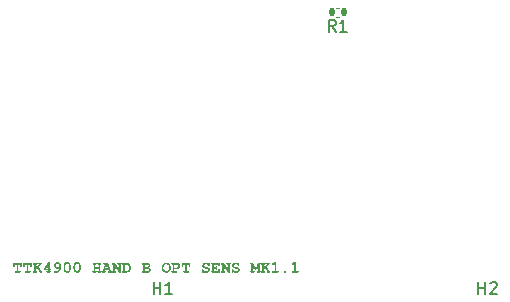
<source format=gto>
G04 #@! TF.GenerationSoftware,KiCad,Pcbnew,7.0.8-7.0.8~ubuntu22.04.1*
G04 #@! TF.CreationDate,2024-01-26T15:42:25+01:00*
G04 #@! TF.ProjectId,hand_B,68616e64-5f42-42e6-9b69-6361645f7063,rev?*
G04 #@! TF.SameCoordinates,Original*
G04 #@! TF.FileFunction,Legend,Top*
G04 #@! TF.FilePolarity,Positive*
%FSLAX46Y46*%
G04 Gerber Fmt 4.6, Leading zero omitted, Abs format (unit mm)*
G04 Created by KiCad (PCBNEW 7.0.8-7.0.8~ubuntu22.04.1) date 2024-01-26 15:42:25*
%MOMM*%
%LPD*%
G01*
G04 APERTURE LIST*
G04 Aperture macros list*
%AMRoundRect*
0 Rectangle with rounded corners*
0 $1 Rounding radius*
0 $2 $3 $4 $5 $6 $7 $8 $9 X,Y pos of 4 corners*
0 Add a 4 corners polygon primitive as box body*
4,1,4,$2,$3,$4,$5,$6,$7,$8,$9,$2,$3,0*
0 Add four circle primitives for the rounded corners*
1,1,$1+$1,$2,$3*
1,1,$1+$1,$4,$5*
1,1,$1+$1,$6,$7*
1,1,$1+$1,$8,$9*
0 Add four rect primitives between the rounded corners*
20,1,$1+$1,$2,$3,$4,$5,0*
20,1,$1+$1,$4,$5,$6,$7,0*
20,1,$1+$1,$6,$7,$8,$9,0*
20,1,$1+$1,$8,$9,$2,$3,0*%
G04 Aperture macros list end*
%ADD10C,0.200000*%
%ADD11C,0.150000*%
%ADD12C,0.120000*%
%ADD13RoundRect,0.135000X0.135000X0.185000X-0.135000X0.185000X-0.135000X-0.185000X0.135000X-0.185000X0*%
%ADD14C,2.700000*%
%ADD15R,1.700000X1.700000*%
%ADD16O,1.700000X1.700000*%
%ADD17C,1.524000*%
G04 APERTURE END LIST*
D10*
G36*
X76383740Y-60789316D02*
G01*
X76395008Y-60789590D01*
X76405550Y-60790415D01*
X76415365Y-60791789D01*
X76428723Y-60794880D01*
X76440446Y-60799207D01*
X76450533Y-60804772D01*
X76458985Y-60811572D01*
X76465800Y-60819609D01*
X76470980Y-60828883D01*
X76474525Y-60839393D01*
X76476433Y-60851140D01*
X76476796Y-60859658D01*
X76475979Y-60872228D01*
X76473525Y-60883563D01*
X76469436Y-60893661D01*
X76463710Y-60902522D01*
X76456349Y-60910147D01*
X76447353Y-60916536D01*
X76436720Y-60921688D01*
X76424452Y-60925603D01*
X76410548Y-60928282D01*
X76400370Y-60929381D01*
X76389465Y-60929931D01*
X76383740Y-60930000D01*
X76058897Y-60930000D01*
X76047658Y-60929725D01*
X76037144Y-60928900D01*
X76027355Y-60927527D01*
X76014032Y-60924435D01*
X76002339Y-60920108D01*
X75992279Y-60914544D01*
X75983849Y-60907743D01*
X75977052Y-60899706D01*
X75971885Y-60890432D01*
X75968351Y-60879922D01*
X75966447Y-60868176D01*
X75966085Y-60859658D01*
X75966459Y-60849869D01*
X75967978Y-60838781D01*
X75970666Y-60828970D01*
X75975435Y-60818880D01*
X75981886Y-60810629D01*
X75990020Y-60804214D01*
X75999735Y-60799151D01*
X76008958Y-60795732D01*
X76019207Y-60793040D01*
X76030482Y-60791076D01*
X76040240Y-60790029D01*
X76050655Y-60789447D01*
X76058897Y-60789316D01*
X76150244Y-60789316D01*
X76150244Y-60250516D01*
X75999790Y-60250516D01*
X75999790Y-60381430D01*
X75999515Y-60392669D01*
X75998691Y-60403183D01*
X75997317Y-60412972D01*
X75994226Y-60426295D01*
X75989898Y-60437988D01*
X75984334Y-60448048D01*
X75977534Y-60456477D01*
X75969496Y-60463275D01*
X75960223Y-60468442D01*
X75949713Y-60471976D01*
X75937966Y-60473880D01*
X75929448Y-60474242D01*
X75916877Y-60473427D01*
X75905543Y-60470979D01*
X75895445Y-60466901D01*
X75886584Y-60461191D01*
X75878959Y-60453849D01*
X75872570Y-60444876D01*
X75867418Y-60434271D01*
X75863503Y-60422035D01*
X75860824Y-60408168D01*
X75859725Y-60398017D01*
X75859175Y-60387140D01*
X75859106Y-60381430D01*
X75859106Y-60109832D01*
X76584996Y-60109832D01*
X76584996Y-60381430D01*
X76584763Y-60392337D01*
X76584065Y-60402588D01*
X76582537Y-60414478D01*
X76580282Y-60425342D01*
X76577299Y-60435181D01*
X76572760Y-60445634D01*
X76570097Y-60450307D01*
X76563683Y-60458441D01*
X76555431Y-60464892D01*
X76545342Y-60469661D01*
X76535530Y-60472349D01*
X76524443Y-60473868D01*
X76514654Y-60474242D01*
X76502083Y-60473427D01*
X76490749Y-60470979D01*
X76480651Y-60466901D01*
X76471789Y-60461191D01*
X76464164Y-60453849D01*
X76457776Y-60444876D01*
X76452624Y-60434271D01*
X76448709Y-60422035D01*
X76446029Y-60408168D01*
X76444930Y-60398017D01*
X76444381Y-60387140D01*
X76444312Y-60381430D01*
X76444312Y-60250516D01*
X76290928Y-60250516D01*
X76290928Y-60789316D01*
X76383740Y-60789316D01*
G37*
G36*
X77222958Y-60789316D02*
G01*
X77234227Y-60789590D01*
X77244768Y-60790415D01*
X77254583Y-60791789D01*
X77267942Y-60794880D01*
X77279665Y-60799207D01*
X77289752Y-60804772D01*
X77298203Y-60811572D01*
X77305019Y-60819609D01*
X77310199Y-60828883D01*
X77313743Y-60839393D01*
X77315651Y-60851140D01*
X77316015Y-60859658D01*
X77315197Y-60872228D01*
X77312743Y-60883563D01*
X77308654Y-60893661D01*
X77302929Y-60902522D01*
X77295568Y-60910147D01*
X77286571Y-60916536D01*
X77275939Y-60921688D01*
X77263671Y-60925603D01*
X77249767Y-60928282D01*
X77239589Y-60929381D01*
X77228683Y-60929931D01*
X77222958Y-60930000D01*
X76898115Y-60930000D01*
X76886876Y-60929725D01*
X76876362Y-60928900D01*
X76866574Y-60927527D01*
X76853250Y-60924435D01*
X76841558Y-60920108D01*
X76831497Y-60914544D01*
X76823068Y-60907743D01*
X76816270Y-60899706D01*
X76811104Y-60890432D01*
X76807569Y-60879922D01*
X76805666Y-60868176D01*
X76805303Y-60859658D01*
X76805677Y-60849869D01*
X76807196Y-60838781D01*
X76809885Y-60828970D01*
X76814653Y-60818880D01*
X76821104Y-60810629D01*
X76829239Y-60804214D01*
X76838953Y-60799151D01*
X76848177Y-60795732D01*
X76858426Y-60793040D01*
X76869701Y-60791076D01*
X76879459Y-60790029D01*
X76889874Y-60789447D01*
X76898115Y-60789316D01*
X76989462Y-60789316D01*
X76989462Y-60250516D01*
X76839009Y-60250516D01*
X76839009Y-60381430D01*
X76838734Y-60392669D01*
X76837909Y-60403183D01*
X76836536Y-60412972D01*
X76833444Y-60426295D01*
X76829117Y-60437988D01*
X76823553Y-60448048D01*
X76816752Y-60456477D01*
X76808715Y-60463275D01*
X76799441Y-60468442D01*
X76788931Y-60471976D01*
X76777185Y-60473880D01*
X76768667Y-60474242D01*
X76756096Y-60473427D01*
X76744761Y-60470979D01*
X76734663Y-60466901D01*
X76725802Y-60461191D01*
X76718177Y-60453849D01*
X76711789Y-60444876D01*
X76706637Y-60434271D01*
X76702721Y-60422035D01*
X76700042Y-60408168D01*
X76698943Y-60398017D01*
X76698393Y-60387140D01*
X76698325Y-60381430D01*
X76698325Y-60109832D01*
X77424214Y-60109832D01*
X77424214Y-60381430D01*
X77423982Y-60392337D01*
X77423283Y-60402588D01*
X77421756Y-60414478D01*
X77419500Y-60425342D01*
X77416518Y-60435181D01*
X77411978Y-60445634D01*
X77409316Y-60450307D01*
X77402901Y-60458441D01*
X77394650Y-60464892D01*
X77384560Y-60469661D01*
X77374749Y-60472349D01*
X77363661Y-60473868D01*
X77353872Y-60474242D01*
X77341302Y-60473427D01*
X77329967Y-60470979D01*
X77319869Y-60466901D01*
X77311008Y-60461191D01*
X77303383Y-60453849D01*
X77296994Y-60444876D01*
X77291842Y-60434271D01*
X77287927Y-60422035D01*
X77285248Y-60408168D01*
X77284149Y-60398017D01*
X77283599Y-60387140D01*
X77283531Y-60381430D01*
X77283531Y-60250516D01*
X77130146Y-60250516D01*
X77130146Y-60789316D01*
X77222958Y-60789316D01*
G37*
G36*
X77800593Y-60109832D02*
G01*
X77811832Y-60110107D01*
X77822346Y-60110931D01*
X77832134Y-60112305D01*
X77845458Y-60115396D01*
X77857150Y-60119724D01*
X77867211Y-60125288D01*
X77875640Y-60132089D01*
X77882438Y-60140126D01*
X77887604Y-60149399D01*
X77891139Y-60159909D01*
X77893042Y-60171656D01*
X77893405Y-60180174D01*
X77892589Y-60192745D01*
X77890142Y-60204079D01*
X77886063Y-60214177D01*
X77880353Y-60223039D01*
X77873012Y-60230664D01*
X77864039Y-60237052D01*
X77853434Y-60242204D01*
X77841198Y-60246120D01*
X77827331Y-60248799D01*
X77817179Y-60249898D01*
X77806303Y-60250447D01*
X77800593Y-60250516D01*
X77751256Y-60250516D01*
X77751256Y-60460076D01*
X78001849Y-60244898D01*
X77991602Y-60240223D01*
X77982721Y-60234625D01*
X77975207Y-60228103D01*
X77967736Y-60218652D01*
X77962399Y-60207757D01*
X77959666Y-60198003D01*
X77958300Y-60187325D01*
X77958129Y-60181639D01*
X77958945Y-60168807D01*
X77961392Y-60157236D01*
X77965471Y-60146928D01*
X77971181Y-60137882D01*
X77978523Y-60130098D01*
X77987496Y-60123576D01*
X77998100Y-60118317D01*
X78010336Y-60114320D01*
X78024204Y-60111585D01*
X78034355Y-60110463D01*
X78045231Y-60109902D01*
X78050942Y-60109832D01*
X78191625Y-60109832D01*
X78202864Y-60110107D01*
X78213378Y-60110931D01*
X78223167Y-60112305D01*
X78236491Y-60115396D01*
X78248183Y-60119724D01*
X78258244Y-60125288D01*
X78266673Y-60132089D01*
X78273471Y-60140126D01*
X78278637Y-60149399D01*
X78282172Y-60159909D01*
X78284075Y-60171656D01*
X78284438Y-60180174D01*
X78283671Y-60192745D01*
X78281372Y-60204079D01*
X78277541Y-60214177D01*
X78272176Y-60223039D01*
X78265279Y-60230664D01*
X78256849Y-60237052D01*
X78246886Y-60242204D01*
X78235391Y-60246120D01*
X78222363Y-60248799D01*
X78207802Y-60250241D01*
X78197243Y-60250516D01*
X77949825Y-60465694D01*
X77966725Y-60475373D01*
X77975072Y-60480740D01*
X77983351Y-60486458D01*
X77991562Y-60492528D01*
X77999705Y-60498950D01*
X78007780Y-60505723D01*
X78015786Y-60512848D01*
X78023724Y-60520324D01*
X78031594Y-60528152D01*
X78039396Y-60536332D01*
X78047129Y-60544863D01*
X78054794Y-60553746D01*
X78062391Y-60562980D01*
X78069920Y-60572566D01*
X78077381Y-60582503D01*
X78084773Y-60592792D01*
X78092097Y-60603433D01*
X78099353Y-60614425D01*
X78106541Y-60625768D01*
X78113661Y-60637464D01*
X78120712Y-60649510D01*
X78127695Y-60661909D01*
X78134610Y-60674659D01*
X78141457Y-60687760D01*
X78148235Y-60701214D01*
X78154945Y-60715018D01*
X78161587Y-60729175D01*
X78168161Y-60743683D01*
X78174667Y-60758542D01*
X78181104Y-60773753D01*
X78187473Y-60789316D01*
X78232414Y-60789316D01*
X78243683Y-60789590D01*
X78254224Y-60790415D01*
X78264039Y-60791789D01*
X78277397Y-60794880D01*
X78289120Y-60799207D01*
X78299208Y-60804772D01*
X78307659Y-60811572D01*
X78314475Y-60819609D01*
X78319655Y-60828883D01*
X78323199Y-60839393D01*
X78325107Y-60851140D01*
X78325471Y-60859658D01*
X78324653Y-60872228D01*
X78322199Y-60883563D01*
X78318110Y-60893661D01*
X78312384Y-60902522D01*
X78305024Y-60910147D01*
X78296027Y-60916536D01*
X78285394Y-60921688D01*
X78273126Y-60925603D01*
X78259222Y-60928282D01*
X78249044Y-60929381D01*
X78238139Y-60929931D01*
X78232414Y-60930000D01*
X78077808Y-60930000D01*
X78074710Y-60920648D01*
X78068429Y-60902260D01*
X78062033Y-60884289D01*
X78055522Y-60866736D01*
X78048897Y-60849600D01*
X78042157Y-60832883D01*
X78035303Y-60816584D01*
X78028335Y-60800702D01*
X78021252Y-60785239D01*
X78014054Y-60770193D01*
X78006742Y-60755565D01*
X77999316Y-60741355D01*
X77991775Y-60727563D01*
X77984119Y-60714189D01*
X77976349Y-60701232D01*
X77968465Y-60688694D01*
X77964480Y-60682581D01*
X77956478Y-60670733D01*
X77948470Y-60659489D01*
X77940457Y-60648850D01*
X77932438Y-60638816D01*
X77924413Y-60629387D01*
X77916383Y-60620563D01*
X77908347Y-60612344D01*
X77900305Y-60604729D01*
X77892257Y-60597720D01*
X77884204Y-60591315D01*
X77876145Y-60585515D01*
X77864045Y-60577949D01*
X77851933Y-60571745D01*
X77839808Y-60566901D01*
X77835764Y-60565589D01*
X77751256Y-60637397D01*
X77751256Y-60789316D01*
X77800593Y-60789316D01*
X77811832Y-60789590D01*
X77822346Y-60790415D01*
X77832134Y-60791789D01*
X77845458Y-60794880D01*
X77857150Y-60799207D01*
X77867211Y-60804772D01*
X77875640Y-60811572D01*
X77882438Y-60819609D01*
X77887604Y-60828883D01*
X77891139Y-60839393D01*
X77893042Y-60851140D01*
X77893405Y-60859658D01*
X77892589Y-60872228D01*
X77890142Y-60883563D01*
X77886063Y-60893661D01*
X77880353Y-60902522D01*
X77873012Y-60910147D01*
X77864039Y-60916536D01*
X77853434Y-60921688D01*
X77841198Y-60925603D01*
X77827331Y-60928282D01*
X77817179Y-60929381D01*
X77806303Y-60929931D01*
X77800593Y-60930000D01*
X77589567Y-60930000D01*
X77578328Y-60929725D01*
X77567814Y-60928900D01*
X77558025Y-60927527D01*
X77544702Y-60924435D01*
X77533009Y-60920108D01*
X77522949Y-60914544D01*
X77514519Y-60907743D01*
X77507722Y-60899706D01*
X77502555Y-60890432D01*
X77499020Y-60879922D01*
X77497117Y-60868176D01*
X77496755Y-60859658D01*
X77497570Y-60847087D01*
X77500017Y-60835752D01*
X77504096Y-60825654D01*
X77509806Y-60816793D01*
X77517148Y-60809168D01*
X77526121Y-60802780D01*
X77536725Y-60797628D01*
X77548961Y-60793712D01*
X77562829Y-60791033D01*
X77572980Y-60789934D01*
X77583857Y-60789384D01*
X77589567Y-60789316D01*
X77610572Y-60789316D01*
X77610572Y-60250516D01*
X77589567Y-60250516D01*
X77578328Y-60250241D01*
X77567814Y-60249417D01*
X77558025Y-60248043D01*
X77544702Y-60244952D01*
X77533009Y-60240624D01*
X77522949Y-60235060D01*
X77514519Y-60228259D01*
X77507722Y-60220222D01*
X77502555Y-60210949D01*
X77499020Y-60200438D01*
X77497117Y-60188692D01*
X77496755Y-60180174D01*
X77497129Y-60170385D01*
X77498648Y-60159298D01*
X77501336Y-60149486D01*
X77506104Y-60139397D01*
X77512556Y-60131145D01*
X77520690Y-60124731D01*
X77530405Y-60119668D01*
X77539628Y-60116248D01*
X77549877Y-60113557D01*
X77561152Y-60111593D01*
X77570910Y-60110545D01*
X77581325Y-60109963D01*
X77589567Y-60109832D01*
X77800593Y-60109832D01*
G37*
G36*
X78946580Y-60595143D02*
G01*
X78956961Y-60595417D01*
X78971277Y-60596860D01*
X78984087Y-60599539D01*
X78995389Y-60603454D01*
X79005184Y-60608606D01*
X79013472Y-60614995D01*
X79020254Y-60622620D01*
X79025528Y-60631481D01*
X79029295Y-60641579D01*
X79031556Y-60652914D01*
X79032309Y-60665484D01*
X79031556Y-60677599D01*
X79029295Y-60688571D01*
X79025528Y-60698401D01*
X79020254Y-60707090D01*
X79013472Y-60714636D01*
X79005184Y-60721040D01*
X78995389Y-60726302D01*
X78984087Y-60730423D01*
X78971277Y-60733401D01*
X78956961Y-60735237D01*
X78946580Y-60735826D01*
X78946580Y-60789316D01*
X78956961Y-60789590D01*
X78971277Y-60791033D01*
X78984087Y-60793712D01*
X78995389Y-60797628D01*
X79005184Y-60802780D01*
X79013472Y-60809168D01*
X79020254Y-60816793D01*
X79025528Y-60825654D01*
X79029295Y-60835752D01*
X79031556Y-60847087D01*
X79032309Y-60859658D01*
X79031481Y-60872228D01*
X79028995Y-60883563D01*
X79024852Y-60893661D01*
X79019052Y-60902522D01*
X79011594Y-60910147D01*
X79002479Y-60916536D01*
X78991707Y-60921688D01*
X78979278Y-60925603D01*
X78965192Y-60928282D01*
X78954880Y-60929381D01*
X78943832Y-60929931D01*
X78938032Y-60930000D01*
X78752407Y-60930000D01*
X78741168Y-60929725D01*
X78730654Y-60928900D01*
X78720865Y-60927527D01*
X78707542Y-60924435D01*
X78695850Y-60920108D01*
X78685789Y-60914544D01*
X78677360Y-60907743D01*
X78670562Y-60899706D01*
X78665396Y-60890432D01*
X78661861Y-60879922D01*
X78659957Y-60868176D01*
X78659595Y-60859658D01*
X78660410Y-60847087D01*
X78662858Y-60835752D01*
X78666936Y-60825654D01*
X78672646Y-60816793D01*
X78679988Y-60809168D01*
X78688961Y-60802780D01*
X78699566Y-60797628D01*
X78711802Y-60793712D01*
X78725669Y-60791033D01*
X78735820Y-60789934D01*
X78746697Y-60789384D01*
X78752407Y-60789316D01*
X78805896Y-60789316D01*
X78805896Y-60735826D01*
X78423168Y-60735826D01*
X78423168Y-60619078D01*
X78437550Y-60595143D01*
X78594870Y-60595143D01*
X78805896Y-60595143D01*
X78805896Y-60254668D01*
X78594870Y-60595143D01*
X78437550Y-60595143D01*
X78762177Y-60054877D01*
X78946580Y-60054877D01*
X78946580Y-60595143D01*
G37*
G36*
X79611101Y-60032562D02*
G01*
X79622083Y-60033025D01*
X79632877Y-60033798D01*
X79643481Y-60034880D01*
X79653897Y-60036271D01*
X79664124Y-60037971D01*
X79674161Y-60039980D01*
X79684010Y-60042299D01*
X79693670Y-60044926D01*
X79703141Y-60047863D01*
X79712424Y-60051109D01*
X79725993Y-60056557D01*
X79739137Y-60062701D01*
X79751856Y-60069540D01*
X79756001Y-60071974D01*
X79768120Y-60079584D01*
X79779654Y-60087665D01*
X79790605Y-60096219D01*
X79800972Y-60105245D01*
X79810755Y-60114743D01*
X79819954Y-60124714D01*
X79828570Y-60135156D01*
X79836601Y-60146072D01*
X79844049Y-60157459D01*
X79850912Y-60169319D01*
X79855163Y-60177487D01*
X79861229Y-60189874D01*
X79866967Y-60202303D01*
X79872380Y-60214775D01*
X79877466Y-60227290D01*
X79882226Y-60239848D01*
X79886659Y-60252449D01*
X79890767Y-60265093D01*
X79894548Y-60277780D01*
X79898002Y-60290509D01*
X79901131Y-60303282D01*
X79903035Y-60311821D01*
X79905698Y-60324654D01*
X79908098Y-60337598D01*
X79910237Y-60350654D01*
X79912114Y-60363822D01*
X79913729Y-60377101D01*
X79915082Y-60390492D01*
X79916173Y-60403994D01*
X79917003Y-60417609D01*
X79917570Y-60431334D01*
X79917876Y-60445172D01*
X79917934Y-60454459D01*
X79917828Y-60466012D01*
X79917511Y-60477470D01*
X79916983Y-60488832D01*
X79916243Y-60500098D01*
X79915292Y-60511268D01*
X79914130Y-60522342D01*
X79912756Y-60533320D01*
X79911171Y-60544203D01*
X79909375Y-60554989D01*
X79907368Y-60565680D01*
X79905149Y-60576275D01*
X79902718Y-60586773D01*
X79900077Y-60597176D01*
X79897224Y-60607483D01*
X79894160Y-60617695D01*
X79890884Y-60627810D01*
X79887397Y-60637829D01*
X79883699Y-60647753D01*
X79879789Y-60657581D01*
X79875668Y-60667313D01*
X79871336Y-60676948D01*
X79866793Y-60686488D01*
X79862038Y-60695933D01*
X79857072Y-60705281D01*
X79851894Y-60714533D01*
X79846505Y-60723690D01*
X79840905Y-60732750D01*
X79835094Y-60741715D01*
X79829071Y-60750584D01*
X79822837Y-60759357D01*
X79816391Y-60768034D01*
X79809734Y-60776615D01*
X79800796Y-60787344D01*
X79791751Y-60797732D01*
X79782598Y-60807780D01*
X79773338Y-60817488D01*
X79763971Y-60826854D01*
X79754496Y-60835880D01*
X79744914Y-60844566D01*
X79735225Y-60852910D01*
X79725428Y-60860915D01*
X79715524Y-60868578D01*
X79705513Y-60875901D01*
X79695394Y-60882884D01*
X79685168Y-60889525D01*
X79674835Y-60895826D01*
X79664394Y-60901787D01*
X79653846Y-60907407D01*
X79643191Y-60912686D01*
X79632428Y-60917625D01*
X79621558Y-60922223D01*
X79610581Y-60926481D01*
X79599496Y-60930398D01*
X79588304Y-60933974D01*
X79577005Y-60937210D01*
X79565598Y-60940105D01*
X79554084Y-60942660D01*
X79542463Y-60944874D01*
X79530734Y-60946747D01*
X79518898Y-60948280D01*
X79506955Y-60949472D01*
X79494904Y-60950323D01*
X79482746Y-60950834D01*
X79470481Y-60951004D01*
X79456773Y-60950783D01*
X79443585Y-60950120D01*
X79430916Y-60949014D01*
X79418766Y-60947467D01*
X79407136Y-60945477D01*
X79396026Y-60943045D01*
X79385435Y-60940170D01*
X79375364Y-60936854D01*
X79365812Y-60933095D01*
X79356779Y-60928894D01*
X79351046Y-60925847D01*
X79340513Y-60919257D01*
X79331385Y-60912185D01*
X79323661Y-60904633D01*
X79317341Y-60896599D01*
X79312425Y-60888085D01*
X79308256Y-60876766D01*
X79306281Y-60864696D01*
X79306106Y-60859658D01*
X79306844Y-60848876D01*
X79309059Y-60838695D01*
X79312752Y-60829115D01*
X79317921Y-60820136D01*
X79324567Y-60811758D01*
X79327110Y-60809099D01*
X79335288Y-60801878D01*
X79344066Y-60796151D01*
X79353446Y-60791917D01*
X79363426Y-60789178D01*
X79374008Y-60787933D01*
X79377669Y-60787850D01*
X79388403Y-60789382D01*
X79398776Y-60791847D01*
X79408439Y-60794458D01*
X79417725Y-60797131D01*
X79427182Y-60799735D01*
X79437303Y-60802276D01*
X79447417Y-60804439D01*
X79457743Y-60805948D01*
X79462177Y-60806168D01*
X79475977Y-60805842D01*
X79489597Y-60804863D01*
X79503035Y-60803232D01*
X79516292Y-60800948D01*
X79529367Y-60798011D01*
X79542262Y-60794422D01*
X79554975Y-60790180D01*
X79567506Y-60785286D01*
X79579857Y-60779739D01*
X79592026Y-60773539D01*
X79604014Y-60766687D01*
X79615821Y-60759182D01*
X79627446Y-60751025D01*
X79638890Y-60742215D01*
X79650153Y-60732752D01*
X79661235Y-60722637D01*
X79671976Y-60711987D01*
X79682217Y-60700980D01*
X79691958Y-60689616D01*
X79701199Y-60677895D01*
X79709940Y-60665817D01*
X79718181Y-60653383D01*
X79725923Y-60640592D01*
X79733164Y-60627444D01*
X79739906Y-60613939D01*
X79746147Y-60600077D01*
X79751889Y-60585858D01*
X79757131Y-60571283D01*
X79761872Y-60556351D01*
X79766114Y-60541062D01*
X79769856Y-60525416D01*
X79773098Y-60509413D01*
X79761474Y-60521333D01*
X79749807Y-60532483D01*
X79738096Y-60542864D01*
X79726341Y-60552476D01*
X79714542Y-60561320D01*
X79702699Y-60569394D01*
X79690812Y-60576699D01*
X79678881Y-60583236D01*
X79666907Y-60589003D01*
X79654888Y-60594001D01*
X79642826Y-60598231D01*
X79630720Y-60601691D01*
X79618569Y-60604383D01*
X79606375Y-60606305D01*
X79594138Y-60607459D01*
X79581856Y-60607843D01*
X79568061Y-60607514D01*
X79554520Y-60606527D01*
X79541232Y-60604881D01*
X79528199Y-60602577D01*
X79515419Y-60599614D01*
X79502893Y-60595994D01*
X79490621Y-60591715D01*
X79478602Y-60586777D01*
X79466837Y-60581182D01*
X79455327Y-60574928D01*
X79444069Y-60568015D01*
X79433066Y-60560445D01*
X79422317Y-60552216D01*
X79411821Y-60543329D01*
X79401579Y-60533783D01*
X79391591Y-60523579D01*
X79382067Y-60512879D01*
X79373158Y-60501903D01*
X79364863Y-60490652D01*
X79357183Y-60479127D01*
X79350117Y-60467327D01*
X79343666Y-60455252D01*
X79337829Y-60442903D01*
X79332606Y-60430279D01*
X79327998Y-60417380D01*
X79324004Y-60404206D01*
X79320625Y-60390757D01*
X79317860Y-60377034D01*
X79315709Y-60363036D01*
X79314173Y-60348763D01*
X79313252Y-60334215D01*
X79312974Y-60320858D01*
X79453628Y-60320858D01*
X79453974Y-60332061D01*
X79455011Y-60342954D01*
X79456739Y-60353539D01*
X79459158Y-60363814D01*
X79462269Y-60373780D01*
X79466070Y-60383437D01*
X79470563Y-60392785D01*
X79475747Y-60401824D01*
X79481623Y-60410554D01*
X79488190Y-60418975D01*
X79492951Y-60424417D01*
X79500529Y-60432055D01*
X79508425Y-60438943D01*
X79516638Y-60445078D01*
X79525169Y-60450463D01*
X79534017Y-60455096D01*
X79543183Y-60458978D01*
X79552667Y-60462109D01*
X79562469Y-60464488D01*
X79572588Y-60466116D01*
X79583025Y-60466992D01*
X79590160Y-60467159D01*
X79601441Y-60466633D01*
X79612814Y-60465053D01*
X79624278Y-60462419D01*
X79635833Y-60458733D01*
X79647481Y-60453993D01*
X79659220Y-60448200D01*
X79668084Y-60443164D01*
X79677000Y-60437535D01*
X79682972Y-60433454D01*
X79691774Y-60426929D01*
X79700229Y-60420087D01*
X79708335Y-60412927D01*
X79716094Y-60405450D01*
X79723505Y-60397655D01*
X79730568Y-60389542D01*
X79737284Y-60381111D01*
X79743651Y-60372363D01*
X79749671Y-60363296D01*
X79755344Y-60353913D01*
X79758932Y-60347480D01*
X79756914Y-60336257D01*
X79754707Y-60325422D01*
X79752311Y-60314977D01*
X79749727Y-60304921D01*
X79746953Y-60295254D01*
X79742439Y-60281484D01*
X79737500Y-60268590D01*
X79732135Y-60256571D01*
X79726345Y-60245429D01*
X79720131Y-60235162D01*
X79713491Y-60225771D01*
X79706427Y-60217256D01*
X79703977Y-60214612D01*
X79696344Y-60207192D01*
X79688192Y-60200501D01*
X79679520Y-60194541D01*
X79670329Y-60189310D01*
X79660618Y-60184809D01*
X79650388Y-60181038D01*
X79639638Y-60177997D01*
X79628369Y-60175686D01*
X79616580Y-60174105D01*
X79604272Y-60173253D01*
X79595778Y-60173091D01*
X79583614Y-60173439D01*
X79571944Y-60174482D01*
X79560768Y-60176221D01*
X79550085Y-60178655D01*
X79539896Y-60181785D01*
X79530201Y-60185610D01*
X79521000Y-60190131D01*
X79512292Y-60195348D01*
X79504078Y-60201259D01*
X79496358Y-60207867D01*
X79491486Y-60212658D01*
X79484720Y-60220291D01*
X79478620Y-60228443D01*
X79473186Y-60237115D01*
X79468416Y-60246307D01*
X79464313Y-60256017D01*
X79460874Y-60266248D01*
X79458102Y-60276997D01*
X79455994Y-60288267D01*
X79454553Y-60300055D01*
X79453776Y-60312364D01*
X79453628Y-60320858D01*
X79312974Y-60320858D01*
X79312944Y-60319392D01*
X79313241Y-60303584D01*
X79314131Y-60288156D01*
X79315615Y-60273107D01*
X79317692Y-60258439D01*
X79320362Y-60244149D01*
X79323626Y-60230240D01*
X79327483Y-60216710D01*
X79331934Y-60203560D01*
X79336978Y-60190790D01*
X79342616Y-60178399D01*
X79348847Y-60166389D01*
X79355672Y-60154757D01*
X79363090Y-60143506D01*
X79371101Y-60132634D01*
X79379706Y-60122142D01*
X79388904Y-60112030D01*
X79398630Y-60102388D01*
X79408817Y-60093369D01*
X79419467Y-60084971D01*
X79430578Y-60077195D01*
X79442151Y-60070041D01*
X79454185Y-60063510D01*
X79466682Y-60057600D01*
X79479640Y-60052313D01*
X79493060Y-60047647D01*
X79506942Y-60043604D01*
X79521285Y-60040183D01*
X79536091Y-60037383D01*
X79551358Y-60035206D01*
X79567087Y-60033651D01*
X79583277Y-60032718D01*
X79599930Y-60032407D01*
X79611101Y-60032562D01*
G37*
G36*
X80436519Y-60032853D02*
G01*
X80454337Y-60034189D01*
X80471598Y-60036417D01*
X80488302Y-60039536D01*
X80504449Y-60043546D01*
X80520038Y-60048447D01*
X80535071Y-60054239D01*
X80549546Y-60060922D01*
X80563464Y-60068497D01*
X80576825Y-60076962D01*
X80589628Y-60086319D01*
X80601875Y-60096567D01*
X80613564Y-60107705D01*
X80624696Y-60119735D01*
X80635271Y-60132656D01*
X80645289Y-60146468D01*
X80654754Y-60160894D01*
X80663607Y-60175717D01*
X80671851Y-60190936D01*
X80679483Y-60206552D01*
X80686505Y-60222565D01*
X80692916Y-60238975D01*
X80698717Y-60255782D01*
X80703907Y-60272986D01*
X80708487Y-60290587D01*
X80712456Y-60308585D01*
X80715814Y-60326979D01*
X80718562Y-60345771D01*
X80720699Y-60364959D01*
X80721539Y-60374702D01*
X80722226Y-60384544D01*
X80722760Y-60394486D01*
X80723142Y-60404526D01*
X80723370Y-60414666D01*
X80723447Y-60424905D01*
X80723447Y-60558506D01*
X80723323Y-60571622D01*
X80722951Y-60584591D01*
X80722331Y-60597412D01*
X80721462Y-60610087D01*
X80720346Y-60622615D01*
X80718982Y-60634996D01*
X80717369Y-60647230D01*
X80715509Y-60659317D01*
X80713400Y-60671258D01*
X80711044Y-60683051D01*
X80708439Y-60694697D01*
X80705587Y-60706197D01*
X80702486Y-60717549D01*
X80699137Y-60728755D01*
X80695540Y-60739814D01*
X80691695Y-60750725D01*
X80687602Y-60761418D01*
X80683200Y-60771879D01*
X80678489Y-60782110D01*
X80673469Y-60792109D01*
X80668139Y-60801878D01*
X80662501Y-60811416D01*
X80656553Y-60820723D01*
X80650296Y-60829799D01*
X80643730Y-60838644D01*
X80636855Y-60847258D01*
X80629671Y-60855642D01*
X80622178Y-60863794D01*
X80614375Y-60871716D01*
X80606264Y-60879407D01*
X80597843Y-60886867D01*
X80589113Y-60894096D01*
X80580116Y-60900987D01*
X80570894Y-60907434D01*
X80561447Y-60913436D01*
X80551775Y-60918993D01*
X80541877Y-60924106D01*
X80531754Y-60928774D01*
X80521406Y-60932998D01*
X80510833Y-60936777D01*
X80500035Y-60940112D01*
X80489012Y-60943002D01*
X80477763Y-60945447D01*
X80466290Y-60947448D01*
X80454591Y-60949004D01*
X80442667Y-60950115D01*
X80430518Y-60950782D01*
X80418143Y-60951004D01*
X80399767Y-60950560D01*
X80381946Y-60949226D01*
X80364680Y-60947003D01*
X80347969Y-60943891D01*
X80331814Y-60939889D01*
X80316214Y-60934999D01*
X80301169Y-60929219D01*
X80286680Y-60922550D01*
X80272745Y-60914992D01*
X80259366Y-60906545D01*
X80246543Y-60897208D01*
X80234274Y-60886982D01*
X80222561Y-60875867D01*
X80211403Y-60863863D01*
X80200801Y-60850970D01*
X80190753Y-60837187D01*
X80181318Y-60822732D01*
X80172492Y-60807882D01*
X80164275Y-60792637D01*
X80156666Y-60776997D01*
X80149666Y-60760962D01*
X80143275Y-60744531D01*
X80137492Y-60727706D01*
X80132318Y-60710486D01*
X80127753Y-60692871D01*
X80123796Y-60674861D01*
X80120448Y-60656456D01*
X80117709Y-60637656D01*
X80115579Y-60618461D01*
X80114742Y-60608715D01*
X80114057Y-60598871D01*
X80113524Y-60588928D01*
X80113144Y-60578886D01*
X80112916Y-60568745D01*
X80112914Y-60568520D01*
X80253524Y-60568520D01*
X80253699Y-60582058D01*
X80254226Y-60595257D01*
X80255104Y-60608116D01*
X80256332Y-60620635D01*
X80257912Y-60632815D01*
X80259843Y-60644655D01*
X80262126Y-60656156D01*
X80264759Y-60667316D01*
X80267743Y-60678137D01*
X80271079Y-60688619D01*
X80274765Y-60698761D01*
X80278803Y-60708563D01*
X80283191Y-60718025D01*
X80287931Y-60727148D01*
X80293022Y-60735931D01*
X80298464Y-60744375D01*
X80304227Y-60752361D01*
X80313300Y-60763373D01*
X80322889Y-60773226D01*
X80332992Y-60781920D01*
X80343611Y-60789455D01*
X80354745Y-60795831D01*
X80366394Y-60801047D01*
X80378559Y-60805104D01*
X80391238Y-60808002D01*
X80404433Y-60809741D01*
X80418143Y-60810321D01*
X80431851Y-60809741D01*
X80445040Y-60808002D01*
X80457708Y-60805104D01*
X80469858Y-60801047D01*
X80481488Y-60795831D01*
X80492598Y-60789455D01*
X80503189Y-60781920D01*
X80513261Y-60773226D01*
X80522813Y-60763373D01*
X80531845Y-60752361D01*
X80537578Y-60744375D01*
X80543050Y-60735931D01*
X80548168Y-60727148D01*
X80552934Y-60718025D01*
X80557346Y-60708563D01*
X80561406Y-60698761D01*
X80565113Y-60688619D01*
X80568466Y-60678137D01*
X80571467Y-60667316D01*
X80574114Y-60656156D01*
X80576409Y-60644655D01*
X80578350Y-60632815D01*
X80579939Y-60620635D01*
X80581174Y-60608116D01*
X80582057Y-60595257D01*
X80582586Y-60582058D01*
X80582763Y-60568520D01*
X80582763Y-60415136D01*
X80582586Y-60401597D01*
X80582057Y-60388399D01*
X80581174Y-60375540D01*
X80579939Y-60363020D01*
X80578350Y-60350841D01*
X80576409Y-60339001D01*
X80574114Y-60327500D01*
X80571467Y-60316339D01*
X80568466Y-60305518D01*
X80565113Y-60295037D01*
X80561406Y-60284895D01*
X80557346Y-60275093D01*
X80552934Y-60265630D01*
X80548168Y-60256507D01*
X80543050Y-60247724D01*
X80537578Y-60239281D01*
X80531845Y-60231266D01*
X80522813Y-60220212D01*
X80513261Y-60210323D01*
X80503189Y-60201596D01*
X80492598Y-60194034D01*
X80481488Y-60187635D01*
X80469858Y-60182399D01*
X80457708Y-60178327D01*
X80445040Y-60175418D01*
X80431851Y-60173673D01*
X80418143Y-60173091D01*
X80404433Y-60173673D01*
X80391238Y-60175418D01*
X80378559Y-60178327D01*
X80366394Y-60182399D01*
X80354745Y-60187635D01*
X80343611Y-60194034D01*
X80332992Y-60201596D01*
X80322889Y-60210323D01*
X80313300Y-60220212D01*
X80304227Y-60231266D01*
X80298464Y-60239281D01*
X80293022Y-60247724D01*
X80287931Y-60256507D01*
X80283191Y-60265630D01*
X80278803Y-60275093D01*
X80274765Y-60284895D01*
X80271079Y-60295037D01*
X80267743Y-60305518D01*
X80264759Y-60316339D01*
X80262126Y-60327500D01*
X80259843Y-60339001D01*
X80257912Y-60350841D01*
X80256332Y-60363020D01*
X80255104Y-60375540D01*
X80254226Y-60388399D01*
X80253699Y-60401597D01*
X80253524Y-60415136D01*
X80253524Y-60568520D01*
X80112914Y-60568520D01*
X80112840Y-60558506D01*
X80112840Y-60424905D01*
X80112963Y-60411791D01*
X80113332Y-60398825D01*
X80113947Y-60386008D01*
X80114809Y-60373340D01*
X80115917Y-60360820D01*
X80117270Y-60348450D01*
X80118870Y-60336228D01*
X80120717Y-60324155D01*
X80122809Y-60312231D01*
X80125147Y-60300456D01*
X80127732Y-60288830D01*
X80130563Y-60277352D01*
X80133639Y-60266023D01*
X80136962Y-60254844D01*
X80140532Y-60243813D01*
X80144347Y-60232930D01*
X80148470Y-60222238D01*
X80152899Y-60211777D01*
X80157636Y-60201546D01*
X80162681Y-60191547D01*
X80168032Y-60181778D01*
X80173691Y-60172240D01*
X80179656Y-60162933D01*
X80185929Y-60153857D01*
X80192510Y-60145012D01*
X80199397Y-60136397D01*
X80206592Y-60128014D01*
X80214094Y-60119861D01*
X80221903Y-60111940D01*
X80230019Y-60104249D01*
X80238443Y-60096789D01*
X80247173Y-60089560D01*
X80256170Y-60082639D01*
X80265392Y-60076165D01*
X80274839Y-60070137D01*
X80284512Y-60064556D01*
X80294409Y-60059421D01*
X80304532Y-60054732D01*
X80314880Y-60050491D01*
X80325453Y-60046695D01*
X80336251Y-60043346D01*
X80347275Y-60040444D01*
X80358523Y-60037988D01*
X80369997Y-60035979D01*
X80381696Y-60034416D01*
X80393620Y-60033300D01*
X80405769Y-60032630D01*
X80418143Y-60032407D01*
X80436519Y-60032853D01*
G37*
G36*
X81275737Y-60032853D02*
G01*
X81293555Y-60034189D01*
X81310817Y-60036417D01*
X81327520Y-60039536D01*
X81343667Y-60043546D01*
X81359257Y-60048447D01*
X81374289Y-60054239D01*
X81388764Y-60060922D01*
X81402682Y-60068497D01*
X81416043Y-60076962D01*
X81428847Y-60086319D01*
X81441093Y-60096567D01*
X81452783Y-60107705D01*
X81463915Y-60119735D01*
X81474490Y-60132656D01*
X81484508Y-60146468D01*
X81493972Y-60160894D01*
X81502826Y-60175717D01*
X81511069Y-60190936D01*
X81518702Y-60206552D01*
X81525724Y-60222565D01*
X81532135Y-60238975D01*
X81537936Y-60255782D01*
X81543126Y-60272986D01*
X81547705Y-60290587D01*
X81551674Y-60308585D01*
X81555033Y-60326979D01*
X81557780Y-60345771D01*
X81559918Y-60364959D01*
X81560757Y-60374702D01*
X81561444Y-60384544D01*
X81561978Y-60394486D01*
X81562360Y-60404526D01*
X81562589Y-60414666D01*
X81562665Y-60424905D01*
X81562665Y-60558506D01*
X81562541Y-60571622D01*
X81562169Y-60584591D01*
X81561549Y-60597412D01*
X81560681Y-60610087D01*
X81559564Y-60622615D01*
X81558200Y-60634996D01*
X81556588Y-60647230D01*
X81554727Y-60659317D01*
X81552619Y-60671258D01*
X81550262Y-60683051D01*
X81547658Y-60694697D01*
X81544805Y-60706197D01*
X81541704Y-60717549D01*
X81538355Y-60728755D01*
X81534759Y-60739814D01*
X81530914Y-60750725D01*
X81526821Y-60761418D01*
X81522419Y-60771879D01*
X81517707Y-60782110D01*
X81512687Y-60792109D01*
X81507358Y-60801878D01*
X81501719Y-60811416D01*
X81495771Y-60820723D01*
X81489515Y-60829799D01*
X81482949Y-60838644D01*
X81476074Y-60847258D01*
X81468889Y-60855642D01*
X81461396Y-60863794D01*
X81453594Y-60871716D01*
X81445482Y-60879407D01*
X81437061Y-60886867D01*
X81428332Y-60894096D01*
X81419335Y-60900987D01*
X81410113Y-60907434D01*
X81400665Y-60913436D01*
X81390993Y-60918993D01*
X81381095Y-60924106D01*
X81370973Y-60928774D01*
X81360625Y-60932998D01*
X81350052Y-60936777D01*
X81339254Y-60940112D01*
X81328230Y-60943002D01*
X81316982Y-60945447D01*
X81305508Y-60947448D01*
X81293809Y-60949004D01*
X81281885Y-60950115D01*
X81269736Y-60950782D01*
X81257362Y-60951004D01*
X81238985Y-60950560D01*
X81221164Y-60949226D01*
X81203898Y-60947003D01*
X81187188Y-60943891D01*
X81171032Y-60939889D01*
X81155432Y-60934999D01*
X81140387Y-60929219D01*
X81125898Y-60922550D01*
X81111964Y-60914992D01*
X81098585Y-60906545D01*
X81085761Y-60897208D01*
X81073493Y-60886982D01*
X81061779Y-60875867D01*
X81050622Y-60863863D01*
X81040019Y-60850970D01*
X81029972Y-60837187D01*
X81020537Y-60822732D01*
X81011711Y-60807882D01*
X81003493Y-60792637D01*
X80995884Y-60776997D01*
X80988884Y-60760962D01*
X80982493Y-60744531D01*
X80976710Y-60727706D01*
X80971536Y-60710486D01*
X80966971Y-60692871D01*
X80963015Y-60674861D01*
X80959667Y-60656456D01*
X80956928Y-60637656D01*
X80954797Y-60618461D01*
X80953960Y-60608715D01*
X80953276Y-60598871D01*
X80952743Y-60588928D01*
X80952362Y-60578886D01*
X80952134Y-60568745D01*
X80952132Y-60568520D01*
X81092742Y-60568520D01*
X81092918Y-60582058D01*
X81093444Y-60595257D01*
X81094322Y-60608116D01*
X81095551Y-60620635D01*
X81097131Y-60632815D01*
X81099062Y-60644655D01*
X81101344Y-60656156D01*
X81103977Y-60667316D01*
X81106962Y-60678137D01*
X81110297Y-60688619D01*
X81113983Y-60698761D01*
X81118021Y-60708563D01*
X81122410Y-60718025D01*
X81127150Y-60727148D01*
X81132241Y-60735931D01*
X81137683Y-60744375D01*
X81143445Y-60752361D01*
X81152519Y-60763373D01*
X81162107Y-60773226D01*
X81172211Y-60781920D01*
X81182829Y-60789455D01*
X81193963Y-60795831D01*
X81205613Y-60801047D01*
X81217777Y-60805104D01*
X81230457Y-60808002D01*
X81243652Y-60809741D01*
X81257362Y-60810321D01*
X81271070Y-60809741D01*
X81284258Y-60808002D01*
X81296927Y-60805104D01*
X81309076Y-60801047D01*
X81320706Y-60795831D01*
X81331817Y-60789455D01*
X81342408Y-60781920D01*
X81352479Y-60773226D01*
X81362031Y-60763373D01*
X81371063Y-60752361D01*
X81376796Y-60744375D01*
X81382268Y-60735931D01*
X81387387Y-60727148D01*
X81392152Y-60718025D01*
X81396565Y-60708563D01*
X81400624Y-60698761D01*
X81404331Y-60688619D01*
X81407685Y-60678137D01*
X81410685Y-60667316D01*
X81413333Y-60656156D01*
X81415627Y-60644655D01*
X81417569Y-60632815D01*
X81419157Y-60620635D01*
X81420393Y-60608116D01*
X81421275Y-60595257D01*
X81421805Y-60582058D01*
X81421981Y-60568520D01*
X81421981Y-60415136D01*
X81421805Y-60401597D01*
X81421275Y-60388399D01*
X81420393Y-60375540D01*
X81419157Y-60363020D01*
X81417569Y-60350841D01*
X81415627Y-60339001D01*
X81413333Y-60327500D01*
X81410685Y-60316339D01*
X81407685Y-60305518D01*
X81404331Y-60295037D01*
X81400624Y-60284895D01*
X81396565Y-60275093D01*
X81392152Y-60265630D01*
X81387387Y-60256507D01*
X81382268Y-60247724D01*
X81376796Y-60239281D01*
X81371063Y-60231266D01*
X81362031Y-60220212D01*
X81352479Y-60210323D01*
X81342408Y-60201596D01*
X81331817Y-60194034D01*
X81320706Y-60187635D01*
X81309076Y-60182399D01*
X81296927Y-60178327D01*
X81284258Y-60175418D01*
X81271070Y-60173673D01*
X81257362Y-60173091D01*
X81243652Y-60173673D01*
X81230457Y-60175418D01*
X81217777Y-60178327D01*
X81205613Y-60182399D01*
X81193963Y-60187635D01*
X81182829Y-60194034D01*
X81172211Y-60201596D01*
X81162107Y-60210323D01*
X81152519Y-60220212D01*
X81143445Y-60231266D01*
X81137683Y-60239281D01*
X81132241Y-60247724D01*
X81127150Y-60256507D01*
X81122410Y-60265630D01*
X81118021Y-60275093D01*
X81113983Y-60284895D01*
X81110297Y-60295037D01*
X81106962Y-60305518D01*
X81103977Y-60316339D01*
X81101344Y-60327500D01*
X81099062Y-60339001D01*
X81097131Y-60350841D01*
X81095551Y-60363020D01*
X81094322Y-60375540D01*
X81093444Y-60388399D01*
X81092918Y-60401597D01*
X81092742Y-60415136D01*
X81092742Y-60568520D01*
X80952132Y-60568520D01*
X80952058Y-60558506D01*
X80952058Y-60424905D01*
X80952181Y-60411791D01*
X80952550Y-60398825D01*
X80953166Y-60386008D01*
X80954027Y-60373340D01*
X80955135Y-60360820D01*
X80956489Y-60348450D01*
X80958089Y-60336228D01*
X80959935Y-60324155D01*
X80962027Y-60312231D01*
X80964366Y-60300456D01*
X80966950Y-60288830D01*
X80969781Y-60277352D01*
X80972858Y-60266023D01*
X80976181Y-60254844D01*
X80979750Y-60243813D01*
X80983565Y-60232930D01*
X80987688Y-60222238D01*
X80992118Y-60211777D01*
X80996855Y-60201546D01*
X81001899Y-60191547D01*
X81007250Y-60181778D01*
X81012909Y-60172240D01*
X81018875Y-60162933D01*
X81025148Y-60153857D01*
X81031728Y-60145012D01*
X81038615Y-60136397D01*
X81045810Y-60128014D01*
X81053312Y-60119861D01*
X81061121Y-60111940D01*
X81069237Y-60104249D01*
X81077661Y-60096789D01*
X81086392Y-60089560D01*
X81095389Y-60082639D01*
X81104611Y-60076165D01*
X81114058Y-60070137D01*
X81123730Y-60064556D01*
X81133628Y-60059421D01*
X81143751Y-60054732D01*
X81154098Y-60050491D01*
X81164672Y-60046695D01*
X81175470Y-60043346D01*
X81186493Y-60040444D01*
X81197742Y-60037988D01*
X81209215Y-60035979D01*
X81220914Y-60034416D01*
X81232838Y-60033300D01*
X81244987Y-60032630D01*
X81257362Y-60032407D01*
X81275737Y-60032853D01*
G37*
G36*
X83067934Y-60930000D02*
G01*
X83056695Y-60929725D01*
X83046181Y-60928900D01*
X83036392Y-60927527D01*
X83023069Y-60924435D01*
X83011376Y-60920108D01*
X83001316Y-60914544D01*
X82992886Y-60907743D01*
X82986089Y-60899706D01*
X82980922Y-60890432D01*
X82977388Y-60879922D01*
X82975484Y-60868176D01*
X82975122Y-60859658D01*
X82975937Y-60847087D01*
X82978385Y-60835752D01*
X82982463Y-60825654D01*
X82988173Y-60816793D01*
X82995515Y-60809168D01*
X83004488Y-60802780D01*
X83015093Y-60797628D01*
X83027329Y-60793712D01*
X83041196Y-60791033D01*
X83051347Y-60789934D01*
X83062224Y-60789384D01*
X83067934Y-60789316D01*
X83089183Y-60789316D01*
X83089183Y-60590990D01*
X82788032Y-60590990D01*
X82788032Y-60789316D01*
X82809281Y-60789316D01*
X82820520Y-60789590D01*
X82831034Y-60790415D01*
X82840822Y-60791789D01*
X82854146Y-60794880D01*
X82865838Y-60799207D01*
X82875899Y-60804772D01*
X82884328Y-60811572D01*
X82891126Y-60819609D01*
X82896292Y-60828883D01*
X82899827Y-60839393D01*
X82901730Y-60851140D01*
X82902093Y-60859658D01*
X82901277Y-60872228D01*
X82898830Y-60883563D01*
X82894751Y-60893661D01*
X82889041Y-60902522D01*
X82881700Y-60910147D01*
X82872727Y-60916536D01*
X82862122Y-60921688D01*
X82849886Y-60925603D01*
X82836019Y-60928282D01*
X82825867Y-60929381D01*
X82814991Y-60929931D01*
X82809281Y-60930000D01*
X82639043Y-60930000D01*
X82627775Y-60929725D01*
X82617233Y-60928900D01*
X82607419Y-60927527D01*
X82594060Y-60924435D01*
X82582337Y-60920108D01*
X82572250Y-60914544D01*
X82563799Y-60907743D01*
X82556983Y-60899706D01*
X82551803Y-60890432D01*
X82548259Y-60879922D01*
X82546350Y-60868176D01*
X82545987Y-60859658D01*
X82546361Y-60849869D01*
X82547880Y-60838781D01*
X82550568Y-60828970D01*
X82555337Y-60818880D01*
X82561788Y-60810629D01*
X82569923Y-60804214D01*
X82579646Y-60799151D01*
X82588889Y-60795732D01*
X82599171Y-60793040D01*
X82610490Y-60791076D01*
X82620292Y-60790029D01*
X82630758Y-60789447D01*
X82639043Y-60789316D01*
X82647348Y-60789316D01*
X82647348Y-60250516D01*
X82634297Y-60248694D01*
X82622529Y-60245885D01*
X82612046Y-60242088D01*
X82602846Y-60237304D01*
X82594930Y-60231532D01*
X82586372Y-60222301D01*
X82580096Y-60211313D01*
X82576887Y-60201921D01*
X82574961Y-60191541D01*
X82574319Y-60180174D01*
X82574693Y-60170385D01*
X82576212Y-60159298D01*
X82578901Y-60149486D01*
X82583669Y-60139397D01*
X82590120Y-60131145D01*
X82598255Y-60124731D01*
X82607969Y-60119668D01*
X82617193Y-60116248D01*
X82627442Y-60113557D01*
X82638717Y-60111593D01*
X82648475Y-60110545D01*
X82658890Y-60109963D01*
X82667131Y-60109832D01*
X82809281Y-60109832D01*
X82820520Y-60110107D01*
X82831034Y-60110931D01*
X82840822Y-60112305D01*
X82854146Y-60115396D01*
X82865838Y-60119724D01*
X82875899Y-60125288D01*
X82884328Y-60132089D01*
X82891126Y-60140126D01*
X82896292Y-60149399D01*
X82899827Y-60159909D01*
X82901730Y-60171656D01*
X82902093Y-60180174D01*
X82901277Y-60192745D01*
X82898830Y-60204079D01*
X82894751Y-60214177D01*
X82889041Y-60223039D01*
X82881700Y-60230664D01*
X82872727Y-60237052D01*
X82862122Y-60242204D01*
X82849886Y-60246120D01*
X82836019Y-60248799D01*
X82825867Y-60249898D01*
X82814991Y-60250447D01*
X82809281Y-60250516D01*
X82788032Y-60250516D01*
X82788032Y-60450307D01*
X83089183Y-60450307D01*
X83089183Y-60250516D01*
X83067934Y-60250516D01*
X83056695Y-60250241D01*
X83046181Y-60249417D01*
X83036392Y-60248043D01*
X83023069Y-60244952D01*
X83011376Y-60240624D01*
X83001316Y-60235060D01*
X82992886Y-60228259D01*
X82986089Y-60220222D01*
X82980922Y-60210949D01*
X82977388Y-60200438D01*
X82975484Y-60188692D01*
X82975122Y-60180174D01*
X82975496Y-60170385D01*
X82977015Y-60159298D01*
X82979703Y-60149486D01*
X82984472Y-60139397D01*
X82990923Y-60131145D01*
X82999057Y-60124731D01*
X83008772Y-60119668D01*
X83017995Y-60116248D01*
X83028244Y-60113557D01*
X83039519Y-60111593D01*
X83049277Y-60110545D01*
X83059692Y-60109963D01*
X83067934Y-60109832D01*
X83210083Y-60109832D01*
X83221322Y-60110107D01*
X83231836Y-60110931D01*
X83241625Y-60112305D01*
X83254949Y-60115396D01*
X83266641Y-60119724D01*
X83276701Y-60125288D01*
X83285131Y-60132089D01*
X83291928Y-60140126D01*
X83297095Y-60149399D01*
X83300630Y-60159909D01*
X83302533Y-60171656D01*
X83302896Y-60180174D01*
X83302254Y-60191541D01*
X83300328Y-60201921D01*
X83297119Y-60211313D01*
X83290843Y-60222301D01*
X83282285Y-60231532D01*
X83274369Y-60237304D01*
X83265169Y-60242088D01*
X83254685Y-60245885D01*
X83242918Y-60248694D01*
X83229867Y-60250516D01*
X83229867Y-60789316D01*
X83238171Y-60789316D01*
X83249440Y-60789590D01*
X83259981Y-60790415D01*
X83269796Y-60791789D01*
X83283155Y-60794880D01*
X83294877Y-60799207D01*
X83304965Y-60804772D01*
X83313416Y-60811572D01*
X83320232Y-60819609D01*
X83325412Y-60828883D01*
X83328956Y-60839393D01*
X83330864Y-60851140D01*
X83331228Y-60859658D01*
X83330410Y-60872228D01*
X83327956Y-60883563D01*
X83323867Y-60893661D01*
X83318142Y-60902522D01*
X83310781Y-60910147D01*
X83301784Y-60916536D01*
X83291152Y-60921688D01*
X83278883Y-60925603D01*
X83264979Y-60928282D01*
X83254801Y-60929381D01*
X83243896Y-60929931D01*
X83238171Y-60930000D01*
X83067934Y-60930000D01*
G37*
G36*
X84130879Y-60789316D02*
G01*
X84142473Y-60789590D01*
X84153319Y-60790415D01*
X84163417Y-60791789D01*
X84177161Y-60794880D01*
X84189222Y-60799207D01*
X84199601Y-60804772D01*
X84208296Y-60811572D01*
X84215309Y-60819609D01*
X84220638Y-60828883D01*
X84224284Y-60839393D01*
X84226248Y-60851140D01*
X84226622Y-60859658D01*
X84225806Y-60872228D01*
X84223359Y-60883563D01*
X84219280Y-60893661D01*
X84213570Y-60902522D01*
X84206229Y-60910147D01*
X84197256Y-60916536D01*
X84186651Y-60921688D01*
X84174415Y-60925603D01*
X84160548Y-60928282D01*
X84150396Y-60929381D01*
X84139520Y-60929931D01*
X84133810Y-60930000D01*
X83938171Y-60930000D01*
X83926932Y-60929725D01*
X83916418Y-60928900D01*
X83906629Y-60927527D01*
X83893306Y-60924435D01*
X83881614Y-60920108D01*
X83871553Y-60914544D01*
X83863124Y-60907743D01*
X83856326Y-60899706D01*
X83851160Y-60890432D01*
X83847625Y-60879922D01*
X83845721Y-60868176D01*
X83845359Y-60859658D01*
X83845733Y-60849869D01*
X83847252Y-60838781D01*
X83849940Y-60828970D01*
X83854709Y-60818880D01*
X83861160Y-60810629D01*
X83869295Y-60804214D01*
X83879009Y-60799151D01*
X83888233Y-60795732D01*
X83898482Y-60793040D01*
X83909756Y-60791076D01*
X83919515Y-60790029D01*
X83929929Y-60789447D01*
X83938171Y-60789316D01*
X83970655Y-60789316D01*
X83938171Y-60707739D01*
X83603314Y-60707739D01*
X83571074Y-60789316D01*
X83603314Y-60789316D01*
X83614553Y-60789590D01*
X83625067Y-60790415D01*
X83634856Y-60791789D01*
X83648180Y-60794880D01*
X83659872Y-60799207D01*
X83669932Y-60804772D01*
X83678362Y-60811572D01*
X83685159Y-60819609D01*
X83690326Y-60828883D01*
X83693861Y-60839393D01*
X83695764Y-60851140D01*
X83696127Y-60859658D01*
X83695311Y-60872228D01*
X83692864Y-60883563D01*
X83688785Y-60893661D01*
X83683075Y-60902522D01*
X83675733Y-60910147D01*
X83666760Y-60916536D01*
X83656156Y-60921688D01*
X83643920Y-60925603D01*
X83630052Y-60928282D01*
X83619901Y-60929381D01*
X83609024Y-60929931D01*
X83603314Y-60930000D01*
X83416224Y-60930000D01*
X83404985Y-60929725D01*
X83394471Y-60928900D01*
X83384683Y-60927527D01*
X83371359Y-60924435D01*
X83359667Y-60920108D01*
X83349606Y-60914544D01*
X83341177Y-60907743D01*
X83334379Y-60899706D01*
X83329213Y-60890432D01*
X83325678Y-60879922D01*
X83323774Y-60868176D01*
X83323412Y-60859658D01*
X83323797Y-60849537D01*
X83325363Y-60838131D01*
X83328134Y-60828108D01*
X83333048Y-60817907D01*
X83339697Y-60809698D01*
X83348080Y-60803482D01*
X83358044Y-60798667D01*
X83367436Y-60795416D01*
X83377817Y-60792857D01*
X83389188Y-60790990D01*
X83398998Y-60789993D01*
X83409441Y-60789440D01*
X83417690Y-60789316D01*
X83507662Y-60567055D01*
X83659734Y-60567055D01*
X83880530Y-60567055D01*
X83770865Y-60296922D01*
X83659734Y-60567055D01*
X83507662Y-60567055D01*
X83635799Y-60250516D01*
X83547138Y-60250516D01*
X83535722Y-60250241D01*
X83525042Y-60249417D01*
X83515099Y-60248043D01*
X83501565Y-60244952D01*
X83489688Y-60240624D01*
X83479468Y-60235060D01*
X83470906Y-60228259D01*
X83464001Y-60220222D01*
X83458753Y-60210949D01*
X83455162Y-60200438D01*
X83453229Y-60188692D01*
X83452861Y-60180174D01*
X83453246Y-60170053D01*
X83454812Y-60158647D01*
X83457582Y-60148625D01*
X83462497Y-60138424D01*
X83469146Y-60130215D01*
X83477529Y-60123998D01*
X83487493Y-60119184D01*
X83496884Y-60115933D01*
X83507266Y-60113374D01*
X83518637Y-60111506D01*
X83528447Y-60110510D01*
X83538890Y-60109957D01*
X83547138Y-60109832D01*
X83850976Y-60109832D01*
X84130879Y-60789316D01*
G37*
G36*
X84932240Y-60109832D02*
G01*
X84943479Y-60110107D01*
X84953992Y-60110931D01*
X84963781Y-60112305D01*
X84977105Y-60115396D01*
X84988797Y-60119724D01*
X84998858Y-60125288D01*
X85007287Y-60132089D01*
X85014085Y-60140126D01*
X85019251Y-60149399D01*
X85022786Y-60159909D01*
X85024689Y-60171656D01*
X85025052Y-60180174D01*
X85024298Y-60192745D01*
X85022038Y-60204079D01*
X85018271Y-60214177D01*
X85012996Y-60223039D01*
X85006215Y-60230664D01*
X84997927Y-60237052D01*
X84988131Y-60242204D01*
X84976829Y-60246120D01*
X84964020Y-60248799D01*
X84949704Y-60250241D01*
X84939323Y-60250516D01*
X84939323Y-60930000D01*
X84799860Y-60930000D01*
X84435450Y-60375812D01*
X84435450Y-60789316D01*
X84484787Y-60789316D01*
X84495694Y-60789548D01*
X84505944Y-60790247D01*
X84517834Y-60791775D01*
X84528699Y-60794030D01*
X84538538Y-60797012D01*
X84548991Y-60801552D01*
X84553663Y-60804214D01*
X84561798Y-60810629D01*
X84568249Y-60818880D01*
X84573017Y-60828970D01*
X84575706Y-60838781D01*
X84577225Y-60849869D01*
X84577599Y-60859658D01*
X84576783Y-60872228D01*
X84574336Y-60883563D01*
X84570257Y-60893661D01*
X84564547Y-60902522D01*
X84557206Y-60910147D01*
X84548233Y-60916536D01*
X84537628Y-60921688D01*
X84525392Y-60925603D01*
X84511525Y-60928282D01*
X84501373Y-60929381D01*
X84490497Y-60929931D01*
X84484787Y-60930000D01*
X84303314Y-60930000D01*
X84291898Y-60929725D01*
X84281218Y-60928900D01*
X84271275Y-60927527D01*
X84257741Y-60924435D01*
X84245864Y-60920108D01*
X84235644Y-60914544D01*
X84227082Y-60907743D01*
X84220177Y-60899706D01*
X84214929Y-60890432D01*
X84211338Y-60879922D01*
X84209405Y-60868176D01*
X84209036Y-60859658D01*
X84209790Y-60847087D01*
X84212050Y-60835752D01*
X84215818Y-60825654D01*
X84221092Y-60816793D01*
X84227873Y-60809168D01*
X84236162Y-60802780D01*
X84245957Y-60797628D01*
X84257259Y-60793712D01*
X84270068Y-60791033D01*
X84284384Y-60789590D01*
X84294766Y-60789316D01*
X84294766Y-60250516D01*
X84273761Y-60250516D01*
X84262522Y-60250241D01*
X84252008Y-60249417D01*
X84242219Y-60248043D01*
X84228896Y-60244952D01*
X84217203Y-60240624D01*
X84207143Y-60235060D01*
X84198713Y-60228259D01*
X84191916Y-60220222D01*
X84186749Y-60210949D01*
X84183214Y-60200438D01*
X84181311Y-60188692D01*
X84180949Y-60180174D01*
X84181323Y-60170385D01*
X84182842Y-60159298D01*
X84185530Y-60149486D01*
X84190298Y-60139397D01*
X84196750Y-60131145D01*
X84204884Y-60124731D01*
X84214599Y-60119668D01*
X84223822Y-60116248D01*
X84234071Y-60113557D01*
X84245346Y-60111593D01*
X84255104Y-60110545D01*
X84265519Y-60109963D01*
X84273761Y-60109832D01*
X84435450Y-60109832D01*
X84798639Y-60661332D01*
X84798639Y-60250516D01*
X84749302Y-60250516D01*
X84738063Y-60250241D01*
X84727549Y-60249417D01*
X84717760Y-60248043D01*
X84704436Y-60244952D01*
X84692744Y-60240624D01*
X84682683Y-60235060D01*
X84674254Y-60228259D01*
X84667456Y-60220222D01*
X84662290Y-60210949D01*
X84658755Y-60200438D01*
X84656852Y-60188692D01*
X84656489Y-60180174D01*
X84656863Y-60170385D01*
X84658383Y-60159298D01*
X84661071Y-60149486D01*
X84665839Y-60139397D01*
X84672291Y-60131145D01*
X84680425Y-60124731D01*
X84690140Y-60119668D01*
X84699363Y-60116248D01*
X84709612Y-60113557D01*
X84720887Y-60111593D01*
X84730645Y-60110545D01*
X84741060Y-60109963D01*
X84749302Y-60109832D01*
X84932240Y-60109832D01*
G37*
G36*
X85461202Y-60110272D02*
G01*
X85479805Y-60111591D01*
X85498029Y-60113790D01*
X85515873Y-60116869D01*
X85533337Y-60120828D01*
X85550422Y-60125666D01*
X85567127Y-60131384D01*
X85583452Y-60137981D01*
X85599397Y-60145458D01*
X85614963Y-60153815D01*
X85630149Y-60163051D01*
X85644955Y-60173167D01*
X85659382Y-60184163D01*
X85673429Y-60196038D01*
X85687096Y-60208793D01*
X85700383Y-60222428D01*
X85713072Y-60236710D01*
X85724941Y-60251409D01*
X85735992Y-60266523D01*
X85746225Y-60282054D01*
X85755638Y-60298000D01*
X85764234Y-60314363D01*
X85772010Y-60331141D01*
X85778968Y-60348335D01*
X85785108Y-60365945D01*
X85790429Y-60383972D01*
X85794931Y-60402414D01*
X85798615Y-60421272D01*
X85801480Y-60440546D01*
X85802605Y-60450339D01*
X85803526Y-60460237D01*
X85804243Y-60470238D01*
X85804754Y-60480343D01*
X85805061Y-60490552D01*
X85805163Y-60500865D01*
X85805163Y-60567055D01*
X85805064Y-60577279D01*
X85804765Y-60587376D01*
X85804266Y-60597346D01*
X85803568Y-60607187D01*
X85801574Y-60626486D01*
X85798783Y-60645273D01*
X85795193Y-60663550D01*
X85790807Y-60681314D01*
X85785622Y-60698568D01*
X85779640Y-60715310D01*
X85772860Y-60731541D01*
X85765283Y-60747260D01*
X85756908Y-60762468D01*
X85747736Y-60777165D01*
X85737766Y-60791350D01*
X85726998Y-60805023D01*
X85715433Y-60818186D01*
X85703070Y-60830837D01*
X85690072Y-60842845D01*
X85676539Y-60854078D01*
X85662472Y-60864537D01*
X85647871Y-60874221D01*
X85632736Y-60883130D01*
X85617066Y-60891264D01*
X85600862Y-60898624D01*
X85584124Y-60905209D01*
X85566851Y-60911019D01*
X85549044Y-60916055D01*
X85530703Y-60920316D01*
X85511828Y-60923802D01*
X85492418Y-60926513D01*
X85482513Y-60927579D01*
X85472474Y-60928450D01*
X85462302Y-60929128D01*
X85451996Y-60929612D01*
X85441556Y-60929903D01*
X85430983Y-60930000D01*
X85143998Y-60930000D01*
X85132582Y-60929725D01*
X85121902Y-60928900D01*
X85111958Y-60927527D01*
X85098424Y-60924435D01*
X85086548Y-60920108D01*
X85076328Y-60914544D01*
X85067766Y-60907743D01*
X85060861Y-60899706D01*
X85055613Y-60890432D01*
X85052022Y-60879922D01*
X85050089Y-60868176D01*
X85049720Y-60859658D01*
X85050269Y-60849500D01*
X85052376Y-60838303D01*
X85056062Y-60828188D01*
X85061329Y-60819155D01*
X85068175Y-60811204D01*
X85072191Y-60807634D01*
X85081261Y-60801409D01*
X85091619Y-60796471D01*
X85101235Y-60793341D01*
X85111746Y-60791105D01*
X85123150Y-60789763D01*
X85132918Y-60789334D01*
X85135450Y-60789316D01*
X85135450Y-60250516D01*
X85276133Y-60250516D01*
X85276133Y-60789316D01*
X85432449Y-60789316D01*
X85445445Y-60789131D01*
X85458054Y-60788577D01*
X85470277Y-60787654D01*
X85482114Y-60786362D01*
X85493564Y-60784700D01*
X85504628Y-60782670D01*
X85515306Y-60780270D01*
X85525597Y-60777500D01*
X85535502Y-60774362D01*
X85545020Y-60770854D01*
X85551151Y-60768311D01*
X85560041Y-60764193D01*
X85571200Y-60758290D01*
X85581565Y-60751913D01*
X85591136Y-60745062D01*
X85599914Y-60737739D01*
X85607897Y-60729942D01*
X85615087Y-60721672D01*
X85621483Y-60712929D01*
X85622958Y-60710669D01*
X85628538Y-60701533D01*
X85633674Y-60692443D01*
X85638369Y-60683398D01*
X85642620Y-60674399D01*
X85647312Y-60663215D01*
X85651311Y-60652103D01*
X85654620Y-60641062D01*
X85655198Y-60638862D01*
X85657872Y-60627734D01*
X85660093Y-60616332D01*
X85661860Y-60604655D01*
X85663174Y-60592704D01*
X85663900Y-60582946D01*
X85664335Y-60573012D01*
X85664480Y-60562903D01*
X85664480Y-60498178D01*
X85664230Y-60485124D01*
X85663480Y-60472338D01*
X85662230Y-60459822D01*
X85660480Y-60447574D01*
X85658230Y-60435596D01*
X85655481Y-60423886D01*
X85652231Y-60412446D01*
X85648482Y-60401275D01*
X85644232Y-60390373D01*
X85639483Y-60379739D01*
X85634234Y-60369375D01*
X85628484Y-60359280D01*
X85622235Y-60349454D01*
X85615486Y-60339897D01*
X85608237Y-60330609D01*
X85600488Y-60321591D01*
X85592327Y-60312984D01*
X85583841Y-60304932D01*
X85575031Y-60297436D01*
X85565897Y-60290495D01*
X85556438Y-60284110D01*
X85546655Y-60278279D01*
X85536548Y-60273004D01*
X85526116Y-60268285D01*
X85515360Y-60264120D01*
X85504279Y-60260511D01*
X85492874Y-60257457D01*
X85481145Y-60254958D01*
X85469091Y-60253015D01*
X85456713Y-60251626D01*
X85444010Y-60250794D01*
X85430983Y-60250516D01*
X85276133Y-60250516D01*
X85135450Y-60250516D01*
X85125068Y-60250241D01*
X85110752Y-60248799D01*
X85097943Y-60246120D01*
X85086641Y-60242204D01*
X85076846Y-60237052D01*
X85068557Y-60230664D01*
X85061776Y-60223039D01*
X85056502Y-60214177D01*
X85052734Y-60204079D01*
X85050474Y-60192745D01*
X85049720Y-60180174D01*
X85050102Y-60170053D01*
X85051652Y-60158647D01*
X85054395Y-60148625D01*
X85059261Y-60138424D01*
X85065844Y-60130215D01*
X85074145Y-60123998D01*
X85084117Y-60119184D01*
X85093529Y-60115933D01*
X85103942Y-60113374D01*
X85115358Y-60111506D01*
X85125211Y-60110510D01*
X85135706Y-60109957D01*
X85143998Y-60109832D01*
X85442219Y-60109832D01*
X85461202Y-60110272D01*
G37*
G36*
X87191628Y-60110091D02*
G01*
X87206098Y-60110866D01*
X87220243Y-60112159D01*
X87234060Y-60113969D01*
X87247552Y-60116296D01*
X87260717Y-60119140D01*
X87273556Y-60122501D01*
X87286069Y-60126379D01*
X87298255Y-60130775D01*
X87310115Y-60135687D01*
X87321649Y-60141117D01*
X87332857Y-60147064D01*
X87343738Y-60153528D01*
X87354293Y-60160509D01*
X87364521Y-60168007D01*
X87374424Y-60176022D01*
X87383888Y-60184398D01*
X87392742Y-60193039D01*
X87400985Y-60201945D01*
X87408618Y-60211116D01*
X87415640Y-60220553D01*
X87422051Y-60230255D01*
X87427852Y-60240222D01*
X87433042Y-60250455D01*
X87437622Y-60260953D01*
X87441591Y-60271715D01*
X87444949Y-60282744D01*
X87447697Y-60294037D01*
X87449834Y-60305596D01*
X87451360Y-60317419D01*
X87452276Y-60329508D01*
X87452581Y-60341863D01*
X87452235Y-60353045D01*
X87451196Y-60364062D01*
X87449465Y-60374913D01*
X87447040Y-60385597D01*
X87443923Y-60396116D01*
X87440114Y-60406469D01*
X87435611Y-60416655D01*
X87430416Y-60426676D01*
X87424529Y-60436531D01*
X87417949Y-60446219D01*
X87410676Y-60455742D01*
X87402710Y-60465099D01*
X87394052Y-60474289D01*
X87384701Y-60483314D01*
X87374658Y-60492172D01*
X87363921Y-60500865D01*
X87373103Y-60505574D01*
X87381992Y-60510391D01*
X87390591Y-60515315D01*
X87406913Y-60525486D01*
X87422070Y-60536086D01*
X87436060Y-60547115D01*
X87448885Y-60558573D01*
X87460543Y-60570461D01*
X87471036Y-60582778D01*
X87480363Y-60595524D01*
X87488525Y-60608700D01*
X87495520Y-60622305D01*
X87501349Y-60636340D01*
X87506013Y-60650803D01*
X87509510Y-60665697D01*
X87511842Y-60681019D01*
X87513008Y-60696771D01*
X87513154Y-60704808D01*
X87512857Y-60717324D01*
X87511967Y-60729533D01*
X87510483Y-60741435D01*
X87508406Y-60753030D01*
X87505736Y-60764318D01*
X87502472Y-60775298D01*
X87498615Y-60785972D01*
X87494164Y-60796338D01*
X87489120Y-60806396D01*
X87483482Y-60816148D01*
X87477251Y-60825592D01*
X87470426Y-60834730D01*
X87463009Y-60843559D01*
X87454997Y-60852082D01*
X87446392Y-60860298D01*
X87437194Y-60868206D01*
X87427507Y-60875689D01*
X87417433Y-60882689D01*
X87406975Y-60889206D01*
X87396131Y-60895241D01*
X87384901Y-60900792D01*
X87373287Y-60905861D01*
X87361286Y-60910448D01*
X87348900Y-60914551D01*
X87336129Y-60918172D01*
X87322973Y-60921310D01*
X87309430Y-60923965D01*
X87295503Y-60926137D01*
X87281190Y-60927827D01*
X87266491Y-60929034D01*
X87251407Y-60929758D01*
X87235938Y-60930000D01*
X86820969Y-60930000D01*
X86809731Y-60929725D01*
X86799217Y-60928900D01*
X86789428Y-60927527D01*
X86776104Y-60924435D01*
X86764412Y-60920108D01*
X86754351Y-60914544D01*
X86745922Y-60907743D01*
X86739124Y-60899706D01*
X86733958Y-60890432D01*
X86730423Y-60879922D01*
X86728520Y-60868176D01*
X86728157Y-60859658D01*
X86728973Y-60847087D01*
X86731420Y-60835752D01*
X86735499Y-60825654D01*
X86741209Y-60816793D01*
X86748551Y-60809168D01*
X86757524Y-60802780D01*
X86768128Y-60797628D01*
X86780364Y-60793712D01*
X86794232Y-60791033D01*
X86804383Y-60789934D01*
X86815259Y-60789384D01*
X86820969Y-60789316D01*
X86841974Y-60789316D01*
X86841974Y-60589525D01*
X86982658Y-60589525D01*
X86982658Y-60789316D01*
X87228855Y-60789316D01*
X87246246Y-60789019D01*
X87262515Y-60788129D01*
X87277662Y-60786645D01*
X87291687Y-60784568D01*
X87304589Y-60781898D01*
X87316370Y-60778634D01*
X87327029Y-60774776D01*
X87336566Y-60770326D01*
X87344981Y-60765282D01*
X87355500Y-60756603D01*
X87363494Y-60746588D01*
X87368964Y-60735239D01*
X87371909Y-60722554D01*
X87372470Y-60713356D01*
X87371987Y-60703021D01*
X87370538Y-60693080D01*
X87368123Y-60683535D01*
X87363400Y-60671422D01*
X87358731Y-60662798D01*
X87353096Y-60654569D01*
X87346495Y-60646735D01*
X87338928Y-60639296D01*
X87330395Y-60632252D01*
X87320896Y-60625603D01*
X87317515Y-60623475D01*
X87306946Y-60617408D01*
X87295754Y-60611937D01*
X87283939Y-60607063D01*
X87271502Y-60602787D01*
X87258443Y-60599106D01*
X87244760Y-60596023D01*
X87230456Y-60593537D01*
X87220573Y-60592210D01*
X87210414Y-60591150D01*
X87199979Y-60590354D01*
X87189266Y-60589823D01*
X87178277Y-60589558D01*
X87172679Y-60589525D01*
X86982658Y-60589525D01*
X86841974Y-60589525D01*
X86841974Y-60250516D01*
X86982658Y-60250516D01*
X86982658Y-60448841D01*
X87141660Y-60448841D01*
X87155649Y-60448575D01*
X87169132Y-60447776D01*
X87182108Y-60446445D01*
X87194577Y-60444582D01*
X87206540Y-60442186D01*
X87217996Y-60439258D01*
X87228945Y-60435798D01*
X87239388Y-60431805D01*
X87249324Y-60427280D01*
X87258754Y-60422222D01*
X87264759Y-60418555D01*
X87273183Y-60412724D01*
X87283126Y-60404475D01*
X87291597Y-60395684D01*
X87298594Y-60386351D01*
X87304118Y-60376477D01*
X87308169Y-60366060D01*
X87310747Y-60355102D01*
X87311852Y-60343601D01*
X87311898Y-60340642D01*
X87311302Y-60330364D01*
X87309516Y-60320659D01*
X87305609Y-60309333D01*
X87299842Y-60298902D01*
X87292214Y-60289365D01*
X87284772Y-60282379D01*
X87276140Y-60275966D01*
X87273796Y-60274452D01*
X87263892Y-60268842D01*
X87253111Y-60263980D01*
X87241453Y-60259866D01*
X87228916Y-60256500D01*
X87218938Y-60254466D01*
X87208466Y-60252853D01*
X87197500Y-60251661D01*
X87186040Y-60250890D01*
X87174087Y-60250539D01*
X87169993Y-60250516D01*
X86982658Y-60250516D01*
X86841974Y-60250516D01*
X86820969Y-60250516D01*
X86809731Y-60250241D01*
X86799217Y-60249417D01*
X86789428Y-60248043D01*
X86776104Y-60244952D01*
X86764412Y-60240624D01*
X86754351Y-60235060D01*
X86745922Y-60228259D01*
X86739124Y-60220222D01*
X86733958Y-60210949D01*
X86730423Y-60200438D01*
X86728520Y-60188692D01*
X86728157Y-60180174D01*
X86728539Y-60170385D01*
X86730089Y-60159298D01*
X86732832Y-60149486D01*
X86737698Y-60139397D01*
X86744281Y-60131145D01*
X86752581Y-60124731D01*
X86762502Y-60119668D01*
X86771792Y-60116248D01*
X86782013Y-60113557D01*
X86793163Y-60111593D01*
X86805244Y-60110356D01*
X86815579Y-60109890D01*
X86820969Y-60109832D01*
X87176831Y-60109832D01*
X87191628Y-60110091D01*
G37*
G36*
X88820289Y-60090275D02*
G01*
X88830788Y-60090955D01*
X88841823Y-60092088D01*
X88853394Y-60093674D01*
X88863038Y-60095269D01*
X88873025Y-60097154D01*
X88883356Y-60099330D01*
X88894171Y-60101909D01*
X88905491Y-60105130D01*
X88917313Y-60108992D01*
X88926511Y-60112310D01*
X88935992Y-60115988D01*
X88945757Y-60120026D01*
X88955805Y-60124426D01*
X88966136Y-60129185D01*
X88976750Y-60134306D01*
X88983984Y-60137920D01*
X88994831Y-60143599D01*
X89005479Y-60149552D01*
X89015931Y-60155780D01*
X89026185Y-60162283D01*
X89036241Y-60169061D01*
X89046100Y-60176113D01*
X89055761Y-60183441D01*
X89065225Y-60191043D01*
X89074492Y-60198920D01*
X89083561Y-60207071D01*
X89089497Y-60212658D01*
X89098211Y-60221413D01*
X89106676Y-60230825D01*
X89114892Y-60240893D01*
X89122859Y-60251619D01*
X89130577Y-60263001D01*
X89138046Y-60275040D01*
X89145266Y-60287736D01*
X89149941Y-60296565D01*
X89154505Y-60305686D01*
X89158959Y-60315099D01*
X89163302Y-60324804D01*
X89167534Y-60334801D01*
X89169609Y-60339909D01*
X89173631Y-60350282D01*
X89177394Y-60360826D01*
X89180897Y-60371539D01*
X89184141Y-60382422D01*
X89187126Y-60393475D01*
X89189850Y-60404698D01*
X89192316Y-60416091D01*
X89194521Y-60427653D01*
X89196468Y-60439385D01*
X89198155Y-60451287D01*
X89199582Y-60463359D01*
X89200750Y-60475601D01*
X89201658Y-60488012D01*
X89202307Y-60500594D01*
X89202696Y-60513345D01*
X89202826Y-60526266D01*
X89202712Y-60537027D01*
X89202373Y-60547696D01*
X89201806Y-60558271D01*
X89201013Y-60568753D01*
X89199993Y-60579142D01*
X89198747Y-60589438D01*
X89197274Y-60599641D01*
X89195575Y-60609751D01*
X89193649Y-60619768D01*
X89191496Y-60629692D01*
X89189117Y-60639523D01*
X89186511Y-60649261D01*
X89183679Y-60658906D01*
X89180620Y-60668458D01*
X89177334Y-60677917D01*
X89173822Y-60687283D01*
X89170083Y-60696556D01*
X89166118Y-60705736D01*
X89161926Y-60714823D01*
X89157507Y-60723817D01*
X89152862Y-60732717D01*
X89147990Y-60741525D01*
X89142892Y-60750240D01*
X89137567Y-60758862D01*
X89132016Y-60767390D01*
X89126237Y-60775826D01*
X89120233Y-60784169D01*
X89114001Y-60792418D01*
X89107544Y-60800575D01*
X89100859Y-60808638D01*
X89093948Y-60816609D01*
X89086810Y-60824487D01*
X89079516Y-60832195D01*
X89072135Y-60839659D01*
X89064667Y-60846878D01*
X89057112Y-60853853D01*
X89049470Y-60860583D01*
X89041742Y-60867068D01*
X89033927Y-60873308D01*
X89026024Y-60879304D01*
X89018036Y-60885055D01*
X89009960Y-60890561D01*
X88993548Y-60900839D01*
X88976789Y-60910139D01*
X88959682Y-60918459D01*
X88942228Y-60925801D01*
X88924427Y-60932163D01*
X88906279Y-60937547D01*
X88887783Y-60941952D01*
X88868940Y-60945378D01*
X88849750Y-60947825D01*
X88830212Y-60949294D01*
X88820313Y-60949661D01*
X88810327Y-60949783D01*
X88800178Y-60949660D01*
X88790122Y-60949292D01*
X88780161Y-60948678D01*
X88770295Y-60947818D01*
X88760522Y-60946712D01*
X88750845Y-60945361D01*
X88731773Y-60941922D01*
X88713079Y-60937499D01*
X88694762Y-60932095D01*
X88676824Y-60925707D01*
X88659263Y-60918337D01*
X88642080Y-60909984D01*
X88625275Y-60900648D01*
X88608848Y-60890330D01*
X88600776Y-60884802D01*
X88592799Y-60879029D01*
X88584916Y-60873010D01*
X88577127Y-60866745D01*
X88569433Y-60860235D01*
X88561833Y-60853479D01*
X88554328Y-60846477D01*
X88546917Y-60839230D01*
X88539601Y-60831737D01*
X88532379Y-60823998D01*
X88525332Y-60816070D01*
X88518508Y-60808038D01*
X88511908Y-60799904D01*
X88505531Y-60791666D01*
X88499379Y-60783326D01*
X88493450Y-60774882D01*
X88487745Y-60766336D01*
X88482264Y-60757686D01*
X88477006Y-60748933D01*
X88471972Y-60740078D01*
X88467162Y-60731119D01*
X88462575Y-60722057D01*
X88458213Y-60712892D01*
X88454074Y-60703625D01*
X88450158Y-60694254D01*
X88446467Y-60684780D01*
X88442999Y-60675203D01*
X88439755Y-60665523D01*
X88436734Y-60655740D01*
X88433938Y-60645853D01*
X88431365Y-60635864D01*
X88429016Y-60625772D01*
X88426890Y-60615577D01*
X88424989Y-60605279D01*
X88423311Y-60594877D01*
X88421856Y-60584373D01*
X88420626Y-60573766D01*
X88419619Y-60563055D01*
X88418836Y-60552242D01*
X88418277Y-60541325D01*
X88417941Y-60530306D01*
X88417829Y-60519183D01*
X88558513Y-60519183D01*
X88558801Y-60534008D01*
X88559666Y-60548565D01*
X88561106Y-60562852D01*
X88563123Y-60576870D01*
X88565716Y-60590619D01*
X88568886Y-60604099D01*
X88572631Y-60617310D01*
X88576953Y-60630252D01*
X88581852Y-60642925D01*
X88587326Y-60655329D01*
X88593377Y-60667464D01*
X88600004Y-60679330D01*
X88607207Y-60690927D01*
X88614987Y-60702254D01*
X88623342Y-60713313D01*
X88632274Y-60724103D01*
X88641642Y-60734395D01*
X88651245Y-60744024D01*
X88661083Y-60752988D01*
X88671155Y-60761289D01*
X88681462Y-60768925D01*
X88692003Y-60775898D01*
X88702780Y-60782206D01*
X88713790Y-60787850D01*
X88725036Y-60792830D01*
X88736517Y-60797147D01*
X88748232Y-60800799D01*
X88760181Y-60803787D01*
X88772366Y-60806111D01*
X88784785Y-60807771D01*
X88797439Y-60808767D01*
X88810327Y-60809099D01*
X88823041Y-60808769D01*
X88835534Y-60807779D01*
X88847808Y-60806128D01*
X88859863Y-60803818D01*
X88871698Y-60800847D01*
X88883314Y-60797215D01*
X88894711Y-60792924D01*
X88905887Y-60787972D01*
X88916845Y-60782360D01*
X88927583Y-60776088D01*
X88938102Y-60769156D01*
X88948401Y-60761564D01*
X88958481Y-60753311D01*
X88968341Y-60744398D01*
X88977982Y-60734825D01*
X88987404Y-60724591D01*
X88996454Y-60713902D01*
X89004920Y-60702961D01*
X89012803Y-60691767D01*
X89020102Y-60680322D01*
X89026816Y-60668625D01*
X89032947Y-60656676D01*
X89038494Y-60644476D01*
X89043457Y-60632023D01*
X89047836Y-60619319D01*
X89051632Y-60606362D01*
X89054843Y-60593154D01*
X89057471Y-60579694D01*
X89059514Y-60565982D01*
X89060974Y-60552018D01*
X89061850Y-60537803D01*
X89062142Y-60523335D01*
X89061853Y-60508360D01*
X89060986Y-60493660D01*
X89059540Y-60479234D01*
X89057517Y-60465083D01*
X89054915Y-60451207D01*
X89051735Y-60437606D01*
X89047977Y-60424279D01*
X89043640Y-60411228D01*
X89038726Y-60398451D01*
X89033233Y-60385949D01*
X89027163Y-60373721D01*
X89020514Y-60361769D01*
X89013287Y-60350091D01*
X89005481Y-60338688D01*
X88997098Y-60327559D01*
X88988136Y-60316706D01*
X88978798Y-60306295D01*
X88969223Y-60296556D01*
X88959411Y-60287488D01*
X88949363Y-60279092D01*
X88939078Y-60271368D01*
X88928556Y-60264316D01*
X88917798Y-60257935D01*
X88906803Y-60252226D01*
X88895572Y-60247188D01*
X88884104Y-60242822D01*
X88872400Y-60239128D01*
X88860458Y-60236106D01*
X88848281Y-60233755D01*
X88835866Y-60232076D01*
X88823215Y-60231068D01*
X88810327Y-60230732D01*
X88797613Y-60231065D01*
X88785117Y-60232064D01*
X88772838Y-60233729D01*
X88760777Y-60236060D01*
X88748933Y-60239057D01*
X88737307Y-60242719D01*
X88725898Y-60247048D01*
X88714706Y-60252042D01*
X88703733Y-60257703D01*
X88692976Y-60264029D01*
X88682438Y-60271022D01*
X88672117Y-60278680D01*
X88662013Y-60287004D01*
X88652127Y-60295995D01*
X88642458Y-60305651D01*
X88633007Y-60315973D01*
X88623986Y-60326727D01*
X88615548Y-60337741D01*
X88607691Y-60349014D01*
X88600416Y-60360547D01*
X88593723Y-60372340D01*
X88587612Y-60384392D01*
X88582083Y-60396703D01*
X88577137Y-60409274D01*
X88572772Y-60422104D01*
X88568989Y-60435194D01*
X88565788Y-60448543D01*
X88563169Y-60462152D01*
X88561132Y-60476021D01*
X88559677Y-60490149D01*
X88558804Y-60504536D01*
X88558513Y-60519183D01*
X88417829Y-60519183D01*
X88417942Y-60508151D01*
X88418280Y-60497219D01*
X88418842Y-60486388D01*
X88419631Y-60475658D01*
X88420644Y-60465029D01*
X88421882Y-60454500D01*
X88423346Y-60444071D01*
X88425034Y-60433744D01*
X88426948Y-60423517D01*
X88429087Y-60413391D01*
X88431451Y-60403365D01*
X88434041Y-60393440D01*
X88436855Y-60383616D01*
X88439895Y-60373892D01*
X88443160Y-60364269D01*
X88446650Y-60354747D01*
X88450365Y-60345325D01*
X88454305Y-60336004D01*
X88458471Y-60326783D01*
X88462862Y-60317664D01*
X88467477Y-60308645D01*
X88472318Y-60299726D01*
X88477384Y-60290908D01*
X88482676Y-60282191D01*
X88488192Y-60273575D01*
X88493934Y-60265059D01*
X88499901Y-60256644D01*
X88506092Y-60248329D01*
X88512510Y-60240115D01*
X88519152Y-60232002D01*
X88526019Y-60223990D01*
X88533112Y-60216078D01*
X88540377Y-60208324D01*
X88547733Y-60200816D01*
X88555179Y-60193555D01*
X88562715Y-60186540D01*
X88570341Y-60179770D01*
X88578057Y-60173247D01*
X88585864Y-60166971D01*
X88593760Y-60160940D01*
X88601747Y-60155155D01*
X88609824Y-60149617D01*
X88626249Y-60139279D01*
X88643034Y-60129925D01*
X88660179Y-60121556D01*
X88677685Y-60114171D01*
X88695552Y-60107771D01*
X88713780Y-60102356D01*
X88732368Y-60097925D01*
X88751317Y-60094479D01*
X88770627Y-60092018D01*
X88780417Y-60091156D01*
X88790297Y-60090541D01*
X88800267Y-60090171D01*
X88810327Y-60090048D01*
X88820289Y-60090275D01*
G37*
G36*
X89682912Y-60110123D02*
G01*
X89699051Y-60110996D01*
X89714816Y-60112451D01*
X89730207Y-60114488D01*
X89745224Y-60117107D01*
X89759867Y-60120308D01*
X89774136Y-60124091D01*
X89788032Y-60128456D01*
X89801553Y-60133402D01*
X89814700Y-60138931D01*
X89827473Y-60145042D01*
X89839872Y-60151735D01*
X89851897Y-60159010D01*
X89863548Y-60166867D01*
X89874826Y-60175305D01*
X89885729Y-60184326D01*
X89896140Y-60193804D01*
X89905879Y-60203614D01*
X89914946Y-60213755D01*
X89923342Y-60224229D01*
X89931066Y-60235035D01*
X89938119Y-60246173D01*
X89944500Y-60257643D01*
X89950209Y-60269445D01*
X89955246Y-60281579D01*
X89959612Y-60294045D01*
X89963306Y-60306842D01*
X89966329Y-60319972D01*
X89968680Y-60333434D01*
X89970359Y-60347228D01*
X89971366Y-60361354D01*
X89971702Y-60375812D01*
X89971494Y-60387577D01*
X89970867Y-60399211D01*
X89969824Y-60410714D01*
X89968363Y-60422085D01*
X89966485Y-60433325D01*
X89964189Y-60444434D01*
X89963154Y-60448841D01*
X89960177Y-60459886D01*
X89956437Y-60471038D01*
X89951934Y-60482297D01*
X89947782Y-60491382D01*
X89943141Y-60500535D01*
X89938012Y-60509757D01*
X89932394Y-60519048D01*
X89930914Y-60521381D01*
X89924743Y-60530514D01*
X89918198Y-60539348D01*
X89911279Y-60547885D01*
X89903986Y-60556125D01*
X89896319Y-60564066D01*
X89888278Y-60571711D01*
X89879863Y-60579057D01*
X89871074Y-60586106D01*
X89861724Y-60592792D01*
X89851626Y-60599173D01*
X89840780Y-60605248D01*
X89829187Y-60611018D01*
X89820000Y-60615146D01*
X89810393Y-60619101D01*
X89800365Y-60622885D01*
X89789917Y-60626497D01*
X89779048Y-60629938D01*
X89775331Y-60631046D01*
X89764000Y-60634189D01*
X89752356Y-60637023D01*
X89740398Y-60639547D01*
X89728127Y-60641762D01*
X89715543Y-60643669D01*
X89702645Y-60645266D01*
X89689434Y-60646554D01*
X89675909Y-60647533D01*
X89662071Y-60648202D01*
X89647919Y-60648563D01*
X89638311Y-60648632D01*
X89500314Y-60648632D01*
X89500314Y-60789316D01*
X89639776Y-60789316D01*
X89651015Y-60789590D01*
X89661529Y-60790415D01*
X89671318Y-60791789D01*
X89684642Y-60794880D01*
X89696334Y-60799207D01*
X89706394Y-60804772D01*
X89714824Y-60811572D01*
X89721621Y-60819609D01*
X89726788Y-60828883D01*
X89730323Y-60839393D01*
X89732226Y-60851140D01*
X89732588Y-60859658D01*
X89731773Y-60872228D01*
X89729326Y-60883563D01*
X89725247Y-60893661D01*
X89719537Y-60902522D01*
X89712195Y-60910147D01*
X89703222Y-60916536D01*
X89692618Y-60921688D01*
X89680382Y-60925603D01*
X89666514Y-60928282D01*
X89656363Y-60929381D01*
X89645486Y-60929931D01*
X89639776Y-60930000D01*
X89338625Y-60930000D01*
X89327386Y-60929725D01*
X89316872Y-60928900D01*
X89307083Y-60927527D01*
X89293759Y-60924435D01*
X89282067Y-60920108D01*
X89272007Y-60914544D01*
X89263577Y-60907743D01*
X89256780Y-60899706D01*
X89251613Y-60890432D01*
X89248078Y-60879922D01*
X89246175Y-60868176D01*
X89245812Y-60859658D01*
X89246628Y-60847087D01*
X89249075Y-60835752D01*
X89253154Y-60825654D01*
X89258864Y-60816793D01*
X89266206Y-60809168D01*
X89275179Y-60802780D01*
X89285783Y-60797628D01*
X89298019Y-60793712D01*
X89311887Y-60791033D01*
X89322038Y-60789934D01*
X89332915Y-60789384D01*
X89338625Y-60789316D01*
X89359630Y-60789316D01*
X89359630Y-60250516D01*
X89500314Y-60250516D01*
X89500314Y-60507948D01*
X89666399Y-60507948D01*
X89679856Y-60507645D01*
X89692751Y-60506737D01*
X89705084Y-60505224D01*
X89716854Y-60503105D01*
X89728062Y-60500381D01*
X89738707Y-60497051D01*
X89748790Y-60493117D01*
X89758310Y-60488576D01*
X89767268Y-60483431D01*
X89775664Y-60477680D01*
X89780949Y-60473510D01*
X89788369Y-60466836D01*
X89797127Y-60457262D01*
X89804588Y-60446918D01*
X89810751Y-60435803D01*
X89815617Y-60423918D01*
X89818415Y-60414497D01*
X89820483Y-60404643D01*
X89821821Y-60394356D01*
X89822429Y-60383635D01*
X89822470Y-60379965D01*
X89822105Y-60368837D01*
X89821010Y-60358169D01*
X89819185Y-60347960D01*
X89816631Y-60338211D01*
X89813347Y-60328920D01*
X89807832Y-60317248D01*
X89801020Y-60306393D01*
X89792910Y-60296354D01*
X89785977Y-60289361D01*
X89780949Y-60284954D01*
X89772928Y-60278800D01*
X89764345Y-60273251D01*
X89755199Y-60268307D01*
X89745491Y-60263968D01*
X89735221Y-60260235D01*
X89724388Y-60257108D01*
X89712993Y-60254585D01*
X89701035Y-60252668D01*
X89688515Y-60251357D01*
X89675433Y-60250650D01*
X89666399Y-60250516D01*
X89500314Y-60250516D01*
X89359630Y-60250516D01*
X89338625Y-60250516D01*
X89327386Y-60250241D01*
X89316872Y-60249417D01*
X89307083Y-60248043D01*
X89293759Y-60244952D01*
X89282067Y-60240624D01*
X89272007Y-60235060D01*
X89263577Y-60228259D01*
X89256780Y-60220222D01*
X89251613Y-60210949D01*
X89248078Y-60200438D01*
X89246175Y-60188692D01*
X89245812Y-60180174D01*
X89246186Y-60170385D01*
X89247706Y-60159298D01*
X89250394Y-60149486D01*
X89255162Y-60139397D01*
X89261614Y-60131145D01*
X89269748Y-60124731D01*
X89279463Y-60119668D01*
X89288686Y-60116248D01*
X89298935Y-60113557D01*
X89310210Y-60111593D01*
X89319968Y-60110545D01*
X89330383Y-60109963D01*
X89338625Y-60109832D01*
X89666399Y-60109832D01*
X89682912Y-60110123D01*
G37*
G36*
X90650453Y-60789316D02*
G01*
X90661722Y-60789590D01*
X90672263Y-60790415D01*
X90682078Y-60791789D01*
X90695436Y-60794880D01*
X90707159Y-60799207D01*
X90717247Y-60804772D01*
X90725698Y-60811572D01*
X90732514Y-60819609D01*
X90737694Y-60828883D01*
X90741238Y-60839393D01*
X90743146Y-60851140D01*
X90743510Y-60859658D01*
X90742692Y-60872228D01*
X90740238Y-60883563D01*
X90736149Y-60893661D01*
X90730424Y-60902522D01*
X90723063Y-60910147D01*
X90714066Y-60916536D01*
X90703434Y-60921688D01*
X90691165Y-60925603D01*
X90677261Y-60928282D01*
X90667083Y-60929381D01*
X90656178Y-60929931D01*
X90650453Y-60930000D01*
X90325610Y-60930000D01*
X90314371Y-60929725D01*
X90303857Y-60928900D01*
X90294068Y-60927527D01*
X90280745Y-60924435D01*
X90269053Y-60920108D01*
X90258992Y-60914544D01*
X90250563Y-60907743D01*
X90243765Y-60899706D01*
X90238599Y-60890432D01*
X90235064Y-60879922D01*
X90233160Y-60868176D01*
X90232798Y-60859658D01*
X90233172Y-60849869D01*
X90234691Y-60838781D01*
X90237379Y-60828970D01*
X90242148Y-60818880D01*
X90248599Y-60810629D01*
X90256734Y-60804214D01*
X90266448Y-60799151D01*
X90275672Y-60795732D01*
X90285921Y-60793040D01*
X90297195Y-60791076D01*
X90306954Y-60790029D01*
X90317368Y-60789447D01*
X90325610Y-60789316D01*
X90416957Y-60789316D01*
X90416957Y-60250516D01*
X90266503Y-60250516D01*
X90266503Y-60381430D01*
X90266229Y-60392669D01*
X90265404Y-60403183D01*
X90264030Y-60412972D01*
X90260939Y-60426295D01*
X90256612Y-60437988D01*
X90251047Y-60448048D01*
X90244247Y-60456477D01*
X90236210Y-60463275D01*
X90226936Y-60468442D01*
X90216426Y-60471976D01*
X90204679Y-60473880D01*
X90196161Y-60474242D01*
X90183591Y-60473427D01*
X90172256Y-60470979D01*
X90162158Y-60466901D01*
X90153297Y-60461191D01*
X90145672Y-60453849D01*
X90139283Y-60444876D01*
X90134131Y-60434271D01*
X90130216Y-60422035D01*
X90127537Y-60408168D01*
X90126438Y-60398017D01*
X90125888Y-60387140D01*
X90125819Y-60381430D01*
X90125819Y-60109832D01*
X90851709Y-60109832D01*
X90851709Y-60381430D01*
X90851476Y-60392337D01*
X90850778Y-60402588D01*
X90849250Y-60414478D01*
X90846995Y-60425342D01*
X90844012Y-60435181D01*
X90839473Y-60445634D01*
X90836810Y-60450307D01*
X90830396Y-60458441D01*
X90822144Y-60464892D01*
X90812055Y-60469661D01*
X90802244Y-60472349D01*
X90791156Y-60473868D01*
X90781367Y-60474242D01*
X90768796Y-60473427D01*
X90757462Y-60470979D01*
X90747364Y-60466901D01*
X90738503Y-60461191D01*
X90730878Y-60453849D01*
X90724489Y-60444876D01*
X90719337Y-60434271D01*
X90715422Y-60422035D01*
X90712743Y-60408168D01*
X90711644Y-60398017D01*
X90711094Y-60387140D01*
X90711025Y-60381430D01*
X90711025Y-60250516D01*
X90557641Y-60250516D01*
X90557641Y-60789316D01*
X90650453Y-60789316D01*
G37*
G36*
X92403628Y-60090048D02*
G01*
X92413684Y-60090422D01*
X92424998Y-60091942D01*
X92434917Y-60094630D01*
X92444978Y-60099398D01*
X92453029Y-60105850D01*
X92459071Y-60113984D01*
X92463637Y-60123699D01*
X92467257Y-60134890D01*
X92469553Y-60145344D01*
X92471193Y-60156824D01*
X92472032Y-60166746D01*
X92472452Y-60177325D01*
X92472505Y-60182861D01*
X92472505Y-60306692D01*
X92472236Y-60318108D01*
X92471429Y-60328788D01*
X92470083Y-60338731D01*
X92467056Y-60352265D01*
X92462819Y-60364142D01*
X92457371Y-60374362D01*
X92450712Y-60382924D01*
X92442842Y-60389829D01*
X92433762Y-60395077D01*
X92423471Y-60398668D01*
X92411969Y-60400601D01*
X92403628Y-60400969D01*
X92393525Y-60400540D01*
X92383694Y-60399136D01*
X92383112Y-60399016D01*
X92373328Y-60395975D01*
X92367725Y-60393398D01*
X92359705Y-60387432D01*
X92355757Y-60383384D01*
X92349302Y-60375691D01*
X92347208Y-60372882D01*
X92342861Y-60363860D01*
X92341591Y-60360425D01*
X92338738Y-60350786D01*
X92338171Y-60348457D01*
X92335891Y-60338450D01*
X92335240Y-60335757D01*
X92333380Y-60326025D01*
X92333286Y-60325010D01*
X92330226Y-60314702D01*
X92326051Y-60304906D01*
X92320761Y-60295621D01*
X92314357Y-60286847D01*
X92306839Y-60278585D01*
X92298207Y-60270834D01*
X92288460Y-60263594D01*
X92277599Y-60256866D01*
X92268855Y-60252196D01*
X92259750Y-60247985D01*
X92250285Y-60244233D01*
X92240459Y-60240941D01*
X92230272Y-60238108D01*
X92219725Y-60235734D01*
X92208817Y-60233820D01*
X92197548Y-60232366D01*
X92185919Y-60231370D01*
X92173929Y-60230834D01*
X92165736Y-60230732D01*
X92153541Y-60231005D01*
X92141684Y-60231823D01*
X92130168Y-60233186D01*
X92118990Y-60235094D01*
X92108151Y-60237548D01*
X92097652Y-60240547D01*
X92087492Y-60244091D01*
X92077671Y-60248180D01*
X92068189Y-60252815D01*
X92059046Y-60257995D01*
X92053140Y-60261751D01*
X92044846Y-60267689D01*
X92035058Y-60275988D01*
X92026719Y-60284722D01*
X92019831Y-60293890D01*
X92014392Y-60303494D01*
X92010404Y-60313533D01*
X92007867Y-60324007D01*
X92006779Y-60334915D01*
X92006734Y-60337711D01*
X92007459Y-60349339D01*
X92009634Y-60360288D01*
X92013259Y-60370557D01*
X92018335Y-60380148D01*
X92024861Y-60389059D01*
X92032837Y-60397291D01*
X92042263Y-60404843D01*
X92053140Y-60411716D01*
X92062020Y-60416412D01*
X92071166Y-60420789D01*
X92080578Y-60424849D01*
X92090257Y-60428592D01*
X92100202Y-60432016D01*
X92110413Y-60435123D01*
X92120890Y-60437913D01*
X92131633Y-60440384D01*
X92142643Y-60442538D01*
X92153919Y-60444374D01*
X92161584Y-60445422D01*
X92173294Y-60446955D01*
X92185254Y-60448716D01*
X92197463Y-60450705D01*
X92209921Y-60452921D01*
X92222628Y-60455364D01*
X92235583Y-60458035D01*
X92248788Y-60460934D01*
X92262242Y-60464060D01*
X92275945Y-60467414D01*
X92289897Y-60470996D01*
X92299337Y-60473510D01*
X92313296Y-60477442D01*
X92326688Y-60481635D01*
X92339514Y-60486091D01*
X92351772Y-60490809D01*
X92363465Y-60495788D01*
X92374590Y-60501030D01*
X92385149Y-60506533D01*
X92395141Y-60512298D01*
X92404566Y-60518326D01*
X92413425Y-60524615D01*
X92419016Y-60528953D01*
X92429071Y-60537397D01*
X92438479Y-60546183D01*
X92447237Y-60555311D01*
X92455347Y-60564780D01*
X92462808Y-60574591D01*
X92469620Y-60584743D01*
X92475783Y-60595237D01*
X92481297Y-60606072D01*
X92486163Y-60617249D01*
X92490380Y-60628768D01*
X92493948Y-60640628D01*
X92496868Y-60652830D01*
X92499139Y-60665373D01*
X92500761Y-60678258D01*
X92501734Y-60691484D01*
X92502058Y-60705052D01*
X92501712Y-60718596D01*
X92500673Y-60731812D01*
X92498941Y-60744699D01*
X92496517Y-60757259D01*
X92493400Y-60769490D01*
X92489590Y-60781393D01*
X92485088Y-60792968D01*
X92479893Y-60804214D01*
X92474005Y-60815133D01*
X92467425Y-60825723D01*
X92460152Y-60835985D01*
X92452187Y-60845919D01*
X92443529Y-60855525D01*
X92434178Y-60864802D01*
X92424134Y-60873751D01*
X92413398Y-60882372D01*
X92402096Y-60890535D01*
X92390355Y-60898172D01*
X92378175Y-60905281D01*
X92365557Y-60911864D01*
X92352499Y-60917921D01*
X92339003Y-60923451D01*
X92325068Y-60928454D01*
X92310694Y-60932930D01*
X92295881Y-60936880D01*
X92280629Y-60940303D01*
X92264938Y-60943200D01*
X92248809Y-60945570D01*
X92232240Y-60947413D01*
X92215233Y-60948730D01*
X92197787Y-60949520D01*
X92179902Y-60949783D01*
X92165363Y-60949569D01*
X92150932Y-60948925D01*
X92136611Y-60947851D01*
X92122398Y-60946349D01*
X92108294Y-60944417D01*
X92094299Y-60942055D01*
X92080412Y-60939265D01*
X92066634Y-60936045D01*
X92052965Y-60932395D01*
X92039405Y-60928317D01*
X92025953Y-60923809D01*
X92012611Y-60918871D01*
X91999377Y-60913505D01*
X91986252Y-60907709D01*
X91973235Y-60901483D01*
X91960327Y-60894829D01*
X91953306Y-60902728D01*
X91946284Y-60909575D01*
X91937506Y-60916652D01*
X91928729Y-60922083D01*
X91918196Y-60926427D01*
X91907663Y-60928402D01*
X91904152Y-60928534D01*
X91891319Y-60927718D01*
X91879748Y-60925271D01*
X91869440Y-60921192D01*
X91860394Y-60915482D01*
X91852610Y-60908141D01*
X91846089Y-60899168D01*
X91840829Y-60888563D01*
X91836832Y-60876327D01*
X91834097Y-60862460D01*
X91832975Y-60852308D01*
X91832414Y-60841432D01*
X91832344Y-60835722D01*
X91832344Y-60742909D01*
X91832585Y-60731670D01*
X91833306Y-60721157D01*
X91834508Y-60711368D01*
X91836687Y-60700151D01*
X91839617Y-60690068D01*
X91844125Y-60679464D01*
X91847732Y-60673300D01*
X91854426Y-60665415D01*
X91862787Y-60659161D01*
X91872813Y-60654538D01*
X91882441Y-60651933D01*
X91893226Y-60650460D01*
X91902686Y-60650097D01*
X91912643Y-60650581D01*
X91922554Y-60652184D01*
X91925889Y-60653028D01*
X91935537Y-60656448D01*
X91943475Y-60661332D01*
X91951111Y-60667745D01*
X91955443Y-60671835D01*
X91961223Y-60679824D01*
X91963747Y-60685268D01*
X91967609Y-60694485D01*
X91968876Y-60697969D01*
X91971815Y-60707479D01*
X91972295Y-60709204D01*
X91974494Y-60717508D01*
X91977684Y-60726858D01*
X91982370Y-60735857D01*
X91988553Y-60744505D01*
X91996231Y-60752801D01*
X92005406Y-60760747D01*
X92016076Y-60768341D01*
X92025060Y-60773807D01*
X92034886Y-60779075D01*
X92041905Y-60782477D01*
X92052868Y-60787235D01*
X92064050Y-60791524D01*
X92075451Y-60795346D01*
X92087070Y-60798700D01*
X92098909Y-60801586D01*
X92110967Y-60804004D01*
X92123244Y-60805953D01*
X92135740Y-60807435D01*
X92148454Y-60808449D01*
X92161388Y-60808995D01*
X92170132Y-60809099D01*
X92184657Y-60808827D01*
X92198740Y-60808009D01*
X92212381Y-60806646D01*
X92225579Y-60804737D01*
X92238335Y-60802284D01*
X92250649Y-60799285D01*
X92262521Y-60795741D01*
X92273951Y-60791651D01*
X92284938Y-60787017D01*
X92295483Y-60781837D01*
X92302267Y-60778080D01*
X92311827Y-60772142D01*
X92320445Y-60765959D01*
X92328124Y-60759531D01*
X92336900Y-60750580D01*
X92344004Y-60741194D01*
X92349436Y-60731373D01*
X92353197Y-60721116D01*
X92355287Y-60710425D01*
X92355757Y-60702121D01*
X92355108Y-60691825D01*
X92353162Y-60682062D01*
X92349918Y-60672835D01*
X92345376Y-60664141D01*
X92339537Y-60655982D01*
X92332401Y-60648357D01*
X92323967Y-60641266D01*
X92314235Y-60634710D01*
X92303657Y-60628627D01*
X92292681Y-60623078D01*
X92281308Y-60618063D01*
X92269539Y-60613583D01*
X92257373Y-60609637D01*
X92244809Y-60606225D01*
X92235126Y-60604017D01*
X92225220Y-60602109D01*
X92218492Y-60601004D01*
X92208165Y-60599329D01*
X92197515Y-60597507D01*
X92186543Y-60595539D01*
X92175250Y-60593425D01*
X92163634Y-60591166D01*
X92151697Y-60588760D01*
X92139437Y-60586208D01*
X92126855Y-60583510D01*
X92113952Y-60580667D01*
X92100726Y-60577677D01*
X92091730Y-60575603D01*
X92078428Y-60572337D01*
X92065632Y-60568951D01*
X92053343Y-60565445D01*
X92041561Y-60561819D01*
X92030285Y-60558072D01*
X92019516Y-60554205D01*
X92009254Y-60550218D01*
X91999498Y-60546111D01*
X91990249Y-60541883D01*
X91978704Y-60536060D01*
X91975959Y-60534570D01*
X91966127Y-60528613D01*
X91956691Y-60522283D01*
X91947649Y-60515579D01*
X91939002Y-60508501D01*
X91930750Y-60501050D01*
X91922893Y-60493226D01*
X91915432Y-60485027D01*
X91908365Y-60476456D01*
X91901693Y-60467511D01*
X91895416Y-60458192D01*
X91891451Y-60451772D01*
X91885908Y-60441901D01*
X91880909Y-60431888D01*
X91876457Y-60421734D01*
X91872549Y-60411438D01*
X91869186Y-60401000D01*
X91866369Y-60390420D01*
X91864097Y-60379699D01*
X91862371Y-60368836D01*
X91861189Y-60357832D01*
X91860553Y-60346686D01*
X91860432Y-60339176D01*
X91860773Y-60325944D01*
X91861795Y-60312992D01*
X91863498Y-60300321D01*
X91865882Y-60287931D01*
X91868947Y-60275821D01*
X91872694Y-60263991D01*
X91877122Y-60252442D01*
X91882231Y-60241174D01*
X91888021Y-60230186D01*
X91894493Y-60219478D01*
X91901645Y-60209051D01*
X91909479Y-60198904D01*
X91917994Y-60189038D01*
X91927191Y-60179453D01*
X91937068Y-60170148D01*
X91947627Y-60161123D01*
X91958726Y-60152516D01*
X91970162Y-60144465D01*
X91981936Y-60136969D01*
X91994048Y-60130028D01*
X92006498Y-60123642D01*
X92019285Y-60117812D01*
X92032411Y-60112537D01*
X92045874Y-60107817D01*
X92059674Y-60103652D01*
X92073813Y-60100043D01*
X92088289Y-60096989D01*
X92103103Y-60094491D01*
X92118254Y-60092547D01*
X92133744Y-60091159D01*
X92149571Y-60090326D01*
X92165736Y-60090048D01*
X92179159Y-60090230D01*
X92192316Y-60090773D01*
X92205209Y-60091680D01*
X92217836Y-60092949D01*
X92230198Y-60094580D01*
X92242294Y-60096574D01*
X92254126Y-60098931D01*
X92265692Y-60101650D01*
X92276993Y-60104732D01*
X92288029Y-60108176D01*
X92298799Y-60111983D01*
X92309305Y-60116152D01*
X92319545Y-60120684D01*
X92329520Y-60125578D01*
X92339229Y-60130835D01*
X92348674Y-60136454D01*
X92352887Y-60127064D01*
X92357802Y-60117605D01*
X92363420Y-60108770D01*
X92370442Y-60100689D01*
X92371144Y-60100062D01*
X92380051Y-60094361D01*
X92390203Y-60091232D01*
X92401011Y-60090087D01*
X92403628Y-60090048D01*
G37*
G36*
X93217445Y-60716043D02*
G01*
X93217720Y-60704656D01*
X93218545Y-60694004D01*
X93219918Y-60684086D01*
X93223010Y-60670587D01*
X93227337Y-60658741D01*
X93232901Y-60648548D01*
X93239702Y-60640008D01*
X93247739Y-60633121D01*
X93257013Y-60627886D01*
X93267523Y-60624305D01*
X93279269Y-60622377D01*
X93287787Y-60622009D01*
X93300358Y-60622836D01*
X93311693Y-60625315D01*
X93321791Y-60629447D01*
X93330652Y-60635233D01*
X93338277Y-60642671D01*
X93344665Y-60651762D01*
X93349817Y-60662506D01*
X93353733Y-60674903D01*
X93356412Y-60688953D01*
X93357511Y-60699238D01*
X93358061Y-60710258D01*
X93358129Y-60716043D01*
X93358129Y-60930000D01*
X92695498Y-60930000D01*
X92684259Y-60929725D01*
X92673746Y-60928900D01*
X92663957Y-60927527D01*
X92650633Y-60924435D01*
X92638941Y-60920108D01*
X92628880Y-60914544D01*
X92620451Y-60907743D01*
X92613653Y-60899706D01*
X92608487Y-60890432D01*
X92604952Y-60879922D01*
X92603049Y-60868176D01*
X92602686Y-60859658D01*
X92603502Y-60847087D01*
X92605949Y-60835752D01*
X92610028Y-60825654D01*
X92615738Y-60816793D01*
X92623079Y-60809168D01*
X92632053Y-60802780D01*
X92642657Y-60797628D01*
X92654893Y-60793712D01*
X92668761Y-60791033D01*
X92678912Y-60789934D01*
X92689788Y-60789384D01*
X92695498Y-60789316D01*
X92716503Y-60789316D01*
X92716503Y-60250516D01*
X92695498Y-60250516D01*
X92684259Y-60250241D01*
X92673746Y-60249417D01*
X92663957Y-60248043D01*
X92650633Y-60244952D01*
X92638941Y-60240624D01*
X92628880Y-60235060D01*
X92620451Y-60228259D01*
X92613653Y-60220222D01*
X92608487Y-60210949D01*
X92604952Y-60200438D01*
X92603049Y-60188692D01*
X92602686Y-60180174D01*
X92603060Y-60170385D01*
X92604580Y-60159298D01*
X92607268Y-60149486D01*
X92612036Y-60139397D01*
X92618488Y-60131145D01*
X92626622Y-60124731D01*
X92636336Y-60119668D01*
X92645560Y-60116248D01*
X92655809Y-60113557D01*
X92667084Y-60111593D01*
X92676842Y-60110545D01*
X92687257Y-60109963D01*
X92695498Y-60109832D01*
X93327110Y-60109832D01*
X93327110Y-60320858D01*
X93326836Y-60332274D01*
X93326011Y-60342954D01*
X93324637Y-60352898D01*
X93321546Y-60366432D01*
X93317219Y-60378308D01*
X93311654Y-60388528D01*
X93304854Y-60397090D01*
X93296817Y-60403995D01*
X93287543Y-60409243D01*
X93277033Y-60412834D01*
X93265286Y-60414767D01*
X93256769Y-60415136D01*
X93244198Y-60414307D01*
X93232863Y-60411821D01*
X93222765Y-60407678D01*
X93213904Y-60401878D01*
X93206279Y-60394420D01*
X93199890Y-60385306D01*
X93194738Y-60374534D01*
X93190823Y-60362104D01*
X93188144Y-60348018D01*
X93187045Y-60337706D01*
X93186495Y-60326658D01*
X93186427Y-60320858D01*
X93186427Y-60250516D01*
X92857187Y-60250516D01*
X92857187Y-60448841D01*
X92976866Y-60448841D01*
X92976866Y-60439071D01*
X92977135Y-60427655D01*
X92977942Y-60416975D01*
X92979288Y-60407032D01*
X92982314Y-60393498D01*
X92986552Y-60381621D01*
X92992000Y-60371401D01*
X92998659Y-60362839D01*
X93006529Y-60355934D01*
X93015609Y-60350686D01*
X93025900Y-60347095D01*
X93037402Y-60345162D01*
X93045743Y-60344794D01*
X93058314Y-60345622D01*
X93069648Y-60348108D01*
X93079746Y-60352251D01*
X93088607Y-60358051D01*
X93096232Y-60365509D01*
X93102621Y-60374624D01*
X93107773Y-60385396D01*
X93111688Y-60397825D01*
X93114367Y-60411911D01*
X93115466Y-60422223D01*
X93116016Y-60433271D01*
X93116085Y-60439071D01*
X93116085Y-60598073D01*
X93115816Y-60609312D01*
X93115008Y-60619826D01*
X93113663Y-60629615D01*
X93110636Y-60642939D01*
X93106399Y-60654631D01*
X93100951Y-60664692D01*
X93094292Y-60673121D01*
X93086422Y-60679919D01*
X93077342Y-60685085D01*
X93067050Y-60688620D01*
X93055549Y-60690523D01*
X93047208Y-60690886D01*
X93034637Y-60690070D01*
X93023303Y-60687623D01*
X93013205Y-60683544D01*
X93004344Y-60677834D01*
X92996719Y-60670492D01*
X92990330Y-60661519D01*
X92985178Y-60650915D01*
X92981263Y-60638679D01*
X92978584Y-60624811D01*
X92977484Y-60614660D01*
X92976935Y-60603784D01*
X92976866Y-60598073D01*
X92976866Y-60588060D01*
X92857187Y-60588060D01*
X92857187Y-60789316D01*
X93217445Y-60789316D01*
X93217445Y-60716043D01*
G37*
G36*
X94163642Y-60109832D02*
G01*
X94174881Y-60110107D01*
X94185395Y-60110931D01*
X94195184Y-60112305D01*
X94208508Y-60115396D01*
X94220200Y-60119724D01*
X94230260Y-60125288D01*
X94238690Y-60132089D01*
X94245487Y-60140126D01*
X94250654Y-60149399D01*
X94254189Y-60159909D01*
X94256092Y-60171656D01*
X94256454Y-60180174D01*
X94255701Y-60192745D01*
X94253441Y-60204079D01*
X94249673Y-60214177D01*
X94244399Y-60223039D01*
X94237617Y-60230664D01*
X94229329Y-60237052D01*
X94219534Y-60242204D01*
X94208232Y-60246120D01*
X94195423Y-60248799D01*
X94181107Y-60250241D01*
X94170725Y-60250516D01*
X94170725Y-60930000D01*
X94031263Y-60930000D01*
X93666852Y-60375812D01*
X93666852Y-60789316D01*
X93716189Y-60789316D01*
X93727096Y-60789548D01*
X93737347Y-60790247D01*
X93749237Y-60791775D01*
X93760102Y-60794030D01*
X93769940Y-60797012D01*
X93780393Y-60801552D01*
X93785066Y-60804214D01*
X93793200Y-60810629D01*
X93799652Y-60818880D01*
X93804420Y-60828970D01*
X93807108Y-60838781D01*
X93808628Y-60849869D01*
X93809002Y-60859658D01*
X93808186Y-60872228D01*
X93805739Y-60883563D01*
X93801660Y-60893661D01*
X93795950Y-60902522D01*
X93788608Y-60910147D01*
X93779635Y-60916536D01*
X93769031Y-60921688D01*
X93756795Y-60925603D01*
X93742927Y-60928282D01*
X93732776Y-60929381D01*
X93721899Y-60929931D01*
X93716189Y-60930000D01*
X93534717Y-60930000D01*
X93523300Y-60929725D01*
X93512621Y-60928900D01*
X93502677Y-60927527D01*
X93489143Y-60924435D01*
X93477266Y-60920108D01*
X93467047Y-60914544D01*
X93458484Y-60907743D01*
X93451579Y-60899706D01*
X93446331Y-60890432D01*
X93442741Y-60879922D01*
X93440807Y-60868176D01*
X93440439Y-60859658D01*
X93441193Y-60847087D01*
X93443453Y-60835752D01*
X93447220Y-60825654D01*
X93452495Y-60816793D01*
X93459276Y-60809168D01*
X93467564Y-60802780D01*
X93477360Y-60797628D01*
X93488662Y-60793712D01*
X93501471Y-60791033D01*
X93515787Y-60789590D01*
X93526168Y-60789316D01*
X93526168Y-60250516D01*
X93505163Y-60250516D01*
X93493925Y-60250241D01*
X93483411Y-60249417D01*
X93473622Y-60248043D01*
X93460298Y-60244952D01*
X93448606Y-60240624D01*
X93438545Y-60235060D01*
X93430116Y-60228259D01*
X93423318Y-60220222D01*
X93418152Y-60210949D01*
X93414617Y-60200438D01*
X93412714Y-60188692D01*
X93412351Y-60180174D01*
X93412725Y-60170385D01*
X93414245Y-60159298D01*
X93416933Y-60149486D01*
X93421701Y-60139397D01*
X93428153Y-60131145D01*
X93436287Y-60124731D01*
X93446001Y-60119668D01*
X93455225Y-60116248D01*
X93465474Y-60113557D01*
X93476749Y-60111593D01*
X93486507Y-60110545D01*
X93496922Y-60109963D01*
X93505163Y-60109832D01*
X93666852Y-60109832D01*
X94030041Y-60661332D01*
X94030041Y-60250516D01*
X93980704Y-60250516D01*
X93969465Y-60250241D01*
X93958951Y-60249417D01*
X93949163Y-60248043D01*
X93935839Y-60244952D01*
X93924147Y-60240624D01*
X93914086Y-60235060D01*
X93905657Y-60228259D01*
X93898859Y-60220222D01*
X93893693Y-60210949D01*
X93890158Y-60200438D01*
X93888255Y-60188692D01*
X93887892Y-60180174D01*
X93888266Y-60170385D01*
X93889785Y-60159298D01*
X93892473Y-60149486D01*
X93897242Y-60139397D01*
X93903693Y-60131145D01*
X93911828Y-60124731D01*
X93921542Y-60119668D01*
X93930766Y-60116248D01*
X93941015Y-60113557D01*
X93952290Y-60111593D01*
X93962048Y-60110545D01*
X93972463Y-60109963D01*
X93980704Y-60109832D01*
X94163642Y-60109832D01*
G37*
G36*
X94921284Y-60090048D02*
G01*
X94931339Y-60090422D01*
X94942654Y-60091942D01*
X94952572Y-60094630D01*
X94962633Y-60099398D01*
X94970684Y-60105850D01*
X94976727Y-60113984D01*
X94981292Y-60123699D01*
X94984913Y-60134890D01*
X94987208Y-60145344D01*
X94988848Y-60156824D01*
X94989688Y-60166746D01*
X94990108Y-60177325D01*
X94990160Y-60182861D01*
X94990160Y-60306692D01*
X94989891Y-60318108D01*
X94989084Y-60328788D01*
X94987739Y-60338731D01*
X94984712Y-60352265D01*
X94980474Y-60364142D01*
X94975026Y-60374362D01*
X94968367Y-60382924D01*
X94960497Y-60389829D01*
X94951417Y-60395077D01*
X94941126Y-60398668D01*
X94929624Y-60400601D01*
X94921284Y-60400969D01*
X94911180Y-60400540D01*
X94901349Y-60399136D01*
X94900767Y-60399016D01*
X94890983Y-60395975D01*
X94885380Y-60393398D01*
X94877361Y-60387432D01*
X94873412Y-60383384D01*
X94866958Y-60375691D01*
X94864863Y-60372882D01*
X94860516Y-60363860D01*
X94859246Y-60360425D01*
X94856393Y-60350786D01*
X94855826Y-60348457D01*
X94853547Y-60338450D01*
X94852896Y-60335757D01*
X94851035Y-60326025D01*
X94850942Y-60325010D01*
X94847881Y-60314702D01*
X94843706Y-60304906D01*
X94838417Y-60295621D01*
X94832013Y-60286847D01*
X94824495Y-60278585D01*
X94815862Y-60270834D01*
X94806115Y-60263594D01*
X94795254Y-60256866D01*
X94786510Y-60252196D01*
X94777405Y-60247985D01*
X94767940Y-60244233D01*
X94758114Y-60240941D01*
X94747927Y-60238108D01*
X94737380Y-60235734D01*
X94726472Y-60233820D01*
X94715204Y-60232366D01*
X94703574Y-60231370D01*
X94691585Y-60230834D01*
X94683391Y-60230732D01*
X94671196Y-60231005D01*
X94659340Y-60231823D01*
X94647823Y-60233186D01*
X94636645Y-60235094D01*
X94625807Y-60237548D01*
X94615307Y-60240547D01*
X94605147Y-60244091D01*
X94595326Y-60248180D01*
X94585844Y-60252815D01*
X94576702Y-60257995D01*
X94570795Y-60261751D01*
X94562502Y-60267689D01*
X94552713Y-60275988D01*
X94544374Y-60284722D01*
X94537486Y-60293890D01*
X94532048Y-60303494D01*
X94528060Y-60313533D01*
X94525522Y-60324007D01*
X94524434Y-60334915D01*
X94524389Y-60337711D01*
X94525114Y-60349339D01*
X94527289Y-60360288D01*
X94530915Y-60370557D01*
X94535990Y-60380148D01*
X94542516Y-60389059D01*
X94550492Y-60397291D01*
X94559919Y-60404843D01*
X94570795Y-60411716D01*
X94579675Y-60416412D01*
X94588821Y-60420789D01*
X94598234Y-60424849D01*
X94607912Y-60428592D01*
X94617857Y-60432016D01*
X94628068Y-60435123D01*
X94638545Y-60437913D01*
X94649289Y-60440384D01*
X94660298Y-60442538D01*
X94671574Y-60444374D01*
X94679239Y-60445422D01*
X94690950Y-60446955D01*
X94702909Y-60448716D01*
X94715118Y-60450705D01*
X94727576Y-60452921D01*
X94740283Y-60455364D01*
X94753239Y-60458035D01*
X94766444Y-60460934D01*
X94779897Y-60464060D01*
X94793600Y-60467414D01*
X94807552Y-60470996D01*
X94816992Y-60473510D01*
X94830951Y-60477442D01*
X94844343Y-60481635D01*
X94857169Y-60486091D01*
X94869428Y-60490809D01*
X94881120Y-60495788D01*
X94892245Y-60501030D01*
X94902804Y-60506533D01*
X94912796Y-60512298D01*
X94922221Y-60518326D01*
X94931080Y-60524615D01*
X94936671Y-60528953D01*
X94946727Y-60537397D01*
X94956134Y-60546183D01*
X94964892Y-60555311D01*
X94973002Y-60564780D01*
X94980463Y-60574591D01*
X94987275Y-60584743D01*
X94993438Y-60595237D01*
X94998953Y-60606072D01*
X95003819Y-60617249D01*
X95008036Y-60628768D01*
X95011604Y-60640628D01*
X95014523Y-60652830D01*
X95016794Y-60665373D01*
X95018416Y-60678258D01*
X95019389Y-60691484D01*
X95019713Y-60705052D01*
X95019367Y-60718596D01*
X95018328Y-60731812D01*
X95016596Y-60744699D01*
X95014172Y-60757259D01*
X95011055Y-60769490D01*
X95007246Y-60781393D01*
X95002743Y-60792968D01*
X94997548Y-60804214D01*
X94991661Y-60815133D01*
X94985081Y-60825723D01*
X94977808Y-60835985D01*
X94969842Y-60845919D01*
X94961184Y-60855525D01*
X94951833Y-60864802D01*
X94941789Y-60873751D01*
X94931053Y-60882372D01*
X94919751Y-60890535D01*
X94908010Y-60898172D01*
X94895831Y-60905281D01*
X94883212Y-60911864D01*
X94870155Y-60917921D01*
X94856658Y-60923451D01*
X94842723Y-60928454D01*
X94828349Y-60932930D01*
X94813536Y-60936880D01*
X94798284Y-60940303D01*
X94782594Y-60943200D01*
X94766464Y-60945570D01*
X94749896Y-60947413D01*
X94732888Y-60948730D01*
X94715442Y-60949520D01*
X94697557Y-60949783D01*
X94683018Y-60949569D01*
X94668588Y-60948925D01*
X94654266Y-60947851D01*
X94640053Y-60946349D01*
X94625949Y-60944417D01*
X94611954Y-60942055D01*
X94598067Y-60939265D01*
X94584289Y-60936045D01*
X94570620Y-60932395D01*
X94557060Y-60928317D01*
X94543609Y-60923809D01*
X94530266Y-60918871D01*
X94517032Y-60913505D01*
X94503907Y-60907709D01*
X94490890Y-60901483D01*
X94477983Y-60894829D01*
X94470961Y-60902728D01*
X94463939Y-60909575D01*
X94455161Y-60916652D01*
X94446384Y-60922083D01*
X94435851Y-60926427D01*
X94425318Y-60928402D01*
X94421807Y-60928534D01*
X94408974Y-60927718D01*
X94397404Y-60925271D01*
X94387095Y-60921192D01*
X94378049Y-60915482D01*
X94370265Y-60908141D01*
X94363744Y-60899168D01*
X94358485Y-60888563D01*
X94354487Y-60876327D01*
X94351753Y-60862460D01*
X94350631Y-60852308D01*
X94350070Y-60841432D01*
X94350000Y-60835722D01*
X94350000Y-60742909D01*
X94350240Y-60731670D01*
X94350961Y-60721157D01*
X94352163Y-60711368D01*
X94354342Y-60700151D01*
X94357272Y-60690068D01*
X94361780Y-60679464D01*
X94365387Y-60673300D01*
X94372082Y-60665415D01*
X94380442Y-60659161D01*
X94390468Y-60654538D01*
X94400096Y-60651933D01*
X94410881Y-60650460D01*
X94420341Y-60650097D01*
X94430298Y-60650581D01*
X94440209Y-60652184D01*
X94443545Y-60653028D01*
X94453192Y-60656448D01*
X94461130Y-60661332D01*
X94468766Y-60667745D01*
X94473098Y-60671835D01*
X94478878Y-60679824D01*
X94481402Y-60685268D01*
X94485264Y-60694485D01*
X94486531Y-60697969D01*
X94489470Y-60707479D01*
X94489951Y-60709204D01*
X94492149Y-60717508D01*
X94495339Y-60726858D01*
X94500026Y-60735857D01*
X94506208Y-60744505D01*
X94513886Y-60752801D01*
X94523061Y-60760747D01*
X94533731Y-60768341D01*
X94542716Y-60773807D01*
X94552542Y-60779075D01*
X94559560Y-60782477D01*
X94570523Y-60787235D01*
X94581705Y-60791524D01*
X94593106Y-60795346D01*
X94604726Y-60798700D01*
X94616565Y-60801586D01*
X94628622Y-60804004D01*
X94640899Y-60805953D01*
X94653395Y-60807435D01*
X94666110Y-60808449D01*
X94679043Y-60808995D01*
X94687787Y-60809099D01*
X94702312Y-60808827D01*
X94716395Y-60808009D01*
X94730036Y-60806646D01*
X94743234Y-60804737D01*
X94755991Y-60802284D01*
X94768304Y-60799285D01*
X94780176Y-60795741D01*
X94791606Y-60791651D01*
X94802593Y-60787017D01*
X94813138Y-60781837D01*
X94819923Y-60778080D01*
X94829482Y-60772142D01*
X94838101Y-60765959D01*
X94845779Y-60759531D01*
X94854555Y-60750580D01*
X94861659Y-60741194D01*
X94867091Y-60731373D01*
X94870852Y-60721116D01*
X94872942Y-60710425D01*
X94873412Y-60702121D01*
X94872763Y-60691825D01*
X94870817Y-60682062D01*
X94867573Y-60672835D01*
X94863032Y-60664141D01*
X94857193Y-60655982D01*
X94850056Y-60648357D01*
X94841622Y-60641266D01*
X94831891Y-60634710D01*
X94821312Y-60628627D01*
X94810336Y-60623078D01*
X94798964Y-60618063D01*
X94787194Y-60613583D01*
X94775028Y-60609637D01*
X94762465Y-60606225D01*
X94752782Y-60604017D01*
X94742876Y-60602109D01*
X94736147Y-60601004D01*
X94725820Y-60599329D01*
X94715170Y-60597507D01*
X94704199Y-60595539D01*
X94692905Y-60593425D01*
X94681289Y-60591166D01*
X94669352Y-60588760D01*
X94657092Y-60586208D01*
X94644511Y-60583510D01*
X94631607Y-60580667D01*
X94618381Y-60577677D01*
X94609385Y-60575603D01*
X94596083Y-60572337D01*
X94583288Y-60568951D01*
X94570999Y-60565445D01*
X94559216Y-60561819D01*
X94547941Y-60558072D01*
X94537172Y-60554205D01*
X94526909Y-60550218D01*
X94517153Y-60546111D01*
X94507904Y-60541883D01*
X94496360Y-60536060D01*
X94493614Y-60534570D01*
X94483783Y-60528613D01*
X94474346Y-60522283D01*
X94465304Y-60515579D01*
X94456657Y-60508501D01*
X94448406Y-60501050D01*
X94440549Y-60493226D01*
X94433087Y-60485027D01*
X94426020Y-60476456D01*
X94419348Y-60467511D01*
X94413071Y-60458192D01*
X94409106Y-60451772D01*
X94403563Y-60441901D01*
X94398565Y-60431888D01*
X94394112Y-60421734D01*
X94390204Y-60411438D01*
X94386842Y-60401000D01*
X94384025Y-60390420D01*
X94381753Y-60379699D01*
X94380026Y-60368836D01*
X94378845Y-60357832D01*
X94378209Y-60346686D01*
X94378087Y-60339176D01*
X94378428Y-60325944D01*
X94379450Y-60312992D01*
X94381153Y-60300321D01*
X94383537Y-60287931D01*
X94386603Y-60275821D01*
X94390349Y-60263991D01*
X94394777Y-60252442D01*
X94399886Y-60241174D01*
X94405676Y-60230186D01*
X94412148Y-60219478D01*
X94419301Y-60209051D01*
X94427134Y-60198904D01*
X94435650Y-60189038D01*
X94444846Y-60179453D01*
X94454723Y-60170148D01*
X94465282Y-60161123D01*
X94476381Y-60152516D01*
X94487817Y-60144465D01*
X94499592Y-60136969D01*
X94511704Y-60130028D01*
X94524153Y-60123642D01*
X94536941Y-60117812D01*
X94550066Y-60112537D01*
X94563529Y-60107817D01*
X94577329Y-60103652D01*
X94591468Y-60100043D01*
X94605944Y-60096989D01*
X94620758Y-60094491D01*
X94635910Y-60092547D01*
X94651399Y-60091159D01*
X94667226Y-60090326D01*
X94683391Y-60090048D01*
X94696814Y-60090230D01*
X94709971Y-60090773D01*
X94722864Y-60091680D01*
X94735491Y-60092949D01*
X94747853Y-60094580D01*
X94759950Y-60096574D01*
X94771781Y-60098931D01*
X94783347Y-60101650D01*
X94794648Y-60104732D01*
X94805684Y-60108176D01*
X94816455Y-60111983D01*
X94826960Y-60116152D01*
X94837200Y-60120684D01*
X94847175Y-60125578D01*
X94856885Y-60130835D01*
X94866329Y-60136454D01*
X94870542Y-60127064D01*
X94875457Y-60117605D01*
X94881075Y-60108770D01*
X94888097Y-60100689D01*
X94888799Y-60100062D01*
X94897707Y-60094361D01*
X94907858Y-60091232D01*
X94918666Y-60090087D01*
X94921284Y-60090048D01*
G37*
G36*
X96449023Y-60859658D02*
G01*
X96449397Y-60849869D01*
X96450916Y-60838781D01*
X96453604Y-60828970D01*
X96458372Y-60818880D01*
X96464824Y-60810629D01*
X96472958Y-60804214D01*
X96482681Y-60799151D01*
X96491925Y-60795732D01*
X96502206Y-60793040D01*
X96513525Y-60791076D01*
X96523327Y-60790029D01*
X96533794Y-60789447D01*
X96542079Y-60789316D01*
X96591172Y-60789316D01*
X96591172Y-60382651D01*
X96435101Y-60737292D01*
X96307117Y-60737292D01*
X96141032Y-60384117D01*
X96141032Y-60789316D01*
X96190369Y-60789316D01*
X96201608Y-60789548D01*
X96212122Y-60790247D01*
X96221911Y-60791411D01*
X96233127Y-60793520D01*
X96243211Y-60796358D01*
X96253815Y-60800723D01*
X96259979Y-60804214D01*
X96267864Y-60810629D01*
X96274118Y-60818880D01*
X96278740Y-60828970D01*
X96281346Y-60838781D01*
X96282819Y-60849869D01*
X96283182Y-60859658D01*
X96282366Y-60872228D01*
X96279919Y-60883563D01*
X96275840Y-60893661D01*
X96270130Y-60902522D01*
X96262788Y-60910147D01*
X96253815Y-60916536D01*
X96243211Y-60921688D01*
X96230975Y-60925603D01*
X96217107Y-60928282D01*
X96206956Y-60929381D01*
X96196079Y-60929931D01*
X96190369Y-60930000D01*
X96008653Y-60930000D01*
X95997266Y-60929725D01*
X95986614Y-60928900D01*
X95976696Y-60927527D01*
X95963197Y-60924435D01*
X95951351Y-60920108D01*
X95941158Y-60914544D01*
X95932618Y-60907743D01*
X95925731Y-60899706D01*
X95920496Y-60890432D01*
X95916915Y-60879922D01*
X95914986Y-60868176D01*
X95914619Y-60859658D01*
X95915373Y-60847087D01*
X95917633Y-60835752D01*
X95921400Y-60825654D01*
X95926675Y-60816793D01*
X95933456Y-60809168D01*
X95941744Y-60802780D01*
X95951540Y-60797628D01*
X95962842Y-60793712D01*
X95975651Y-60791033D01*
X95989967Y-60789590D01*
X96000348Y-60789316D01*
X96000348Y-60251981D01*
X95987254Y-60250147D01*
X95975447Y-60247299D01*
X95964928Y-60243438D01*
X95955698Y-60238563D01*
X95947755Y-60232676D01*
X95939168Y-60223249D01*
X95932872Y-60212022D01*
X95929652Y-60202419D01*
X95927720Y-60191803D01*
X95927076Y-60180174D01*
X95927771Y-60169890D01*
X95929858Y-60160104D01*
X95933335Y-60150816D01*
X95938204Y-60142026D01*
X95944464Y-60133734D01*
X95946859Y-60131081D01*
X95955266Y-60123860D01*
X95963779Y-60118983D01*
X95973665Y-60115144D01*
X95984922Y-60112343D01*
X95994915Y-60110849D01*
X96005785Y-60110019D01*
X96014515Y-60109832D01*
X96173272Y-60109832D01*
X96367445Y-60528953D01*
X96557466Y-60109832D01*
X96712072Y-60109832D01*
X96723341Y-60110107D01*
X96733882Y-60110931D01*
X96743697Y-60112305D01*
X96757055Y-60115396D01*
X96768778Y-60119724D01*
X96778866Y-60125288D01*
X96787317Y-60132089D01*
X96794133Y-60140126D01*
X96799313Y-60149399D01*
X96802857Y-60159909D01*
X96804765Y-60171656D01*
X96805129Y-60180174D01*
X96804485Y-60191541D01*
X96802553Y-60201921D01*
X96799333Y-60211313D01*
X96793036Y-60222301D01*
X96784449Y-60231532D01*
X96776506Y-60237304D01*
X96767276Y-60242088D01*
X96756757Y-60245885D01*
X96744950Y-60248694D01*
X96731856Y-60250516D01*
X96731856Y-60789316D01*
X96742237Y-60789590D01*
X96756553Y-60791033D01*
X96769362Y-60793712D01*
X96780664Y-60797628D01*
X96790460Y-60802780D01*
X96798748Y-60809168D01*
X96805529Y-60816793D01*
X96810804Y-60825654D01*
X96814571Y-60835752D01*
X96816832Y-60847087D01*
X96817585Y-60859658D01*
X96816769Y-60872228D01*
X96814322Y-60883563D01*
X96810243Y-60893661D01*
X96804533Y-60902522D01*
X96797192Y-60910147D01*
X96788219Y-60916536D01*
X96777614Y-60921688D01*
X96765378Y-60925603D01*
X96751511Y-60928282D01*
X96741359Y-60929381D01*
X96730483Y-60929931D01*
X96724773Y-60930000D01*
X96542079Y-60930000D01*
X96530810Y-60929725D01*
X96520269Y-60928900D01*
X96510454Y-60927527D01*
X96497096Y-60924435D01*
X96485373Y-60920108D01*
X96475286Y-60914544D01*
X96466834Y-60907743D01*
X96460018Y-60899706D01*
X96454839Y-60890432D01*
X96451294Y-60879922D01*
X96449386Y-60868176D01*
X96449023Y-60859658D01*
G37*
G36*
X97102616Y-60109832D02*
G01*
X97113855Y-60110107D01*
X97124369Y-60110931D01*
X97134158Y-60112305D01*
X97147482Y-60115396D01*
X97159174Y-60119724D01*
X97169235Y-60125288D01*
X97177664Y-60132089D01*
X97184462Y-60140126D01*
X97189628Y-60149399D01*
X97193163Y-60159909D01*
X97195066Y-60171656D01*
X97195429Y-60180174D01*
X97194613Y-60192745D01*
X97192166Y-60204079D01*
X97188087Y-60214177D01*
X97182377Y-60223039D01*
X97175035Y-60230664D01*
X97166062Y-60237052D01*
X97155458Y-60242204D01*
X97143222Y-60246120D01*
X97129354Y-60248799D01*
X97119203Y-60249898D01*
X97108327Y-60250447D01*
X97102616Y-60250516D01*
X97053279Y-60250516D01*
X97053279Y-60460076D01*
X97303872Y-60244898D01*
X97293626Y-60240223D01*
X97284745Y-60234625D01*
X97277231Y-60228103D01*
X97269759Y-60218652D01*
X97264423Y-60207757D01*
X97261690Y-60198003D01*
X97260324Y-60187325D01*
X97260153Y-60181639D01*
X97260969Y-60168807D01*
X97263416Y-60157236D01*
X97267495Y-60146928D01*
X97273205Y-60137882D01*
X97280546Y-60130098D01*
X97289519Y-60123576D01*
X97300124Y-60118317D01*
X97312360Y-60114320D01*
X97326227Y-60111585D01*
X97336379Y-60110463D01*
X97347255Y-60109902D01*
X97352965Y-60109832D01*
X97493649Y-60109832D01*
X97504888Y-60110107D01*
X97515402Y-60110931D01*
X97525191Y-60112305D01*
X97538514Y-60115396D01*
X97550207Y-60119724D01*
X97560267Y-60125288D01*
X97568697Y-60132089D01*
X97575494Y-60140126D01*
X97580661Y-60149399D01*
X97584196Y-60159909D01*
X97586099Y-60171656D01*
X97586461Y-60180174D01*
X97585695Y-60192745D01*
X97583396Y-60204079D01*
X97579564Y-60214177D01*
X97574200Y-60223039D01*
X97567302Y-60230664D01*
X97558873Y-60237052D01*
X97548910Y-60242204D01*
X97537414Y-60246120D01*
X97524386Y-60248799D01*
X97509826Y-60250241D01*
X97499267Y-60250516D01*
X97251849Y-60465694D01*
X97268748Y-60475373D01*
X97277096Y-60480740D01*
X97285375Y-60486458D01*
X97293586Y-60492528D01*
X97301729Y-60498950D01*
X97309803Y-60505723D01*
X97317810Y-60512848D01*
X97325748Y-60520324D01*
X97333618Y-60528152D01*
X97341419Y-60536332D01*
X97349153Y-60544863D01*
X97356818Y-60553746D01*
X97364415Y-60562980D01*
X97371944Y-60572566D01*
X97379405Y-60582503D01*
X97386797Y-60592792D01*
X97394121Y-60603433D01*
X97401377Y-60614425D01*
X97408565Y-60625768D01*
X97415684Y-60637464D01*
X97422736Y-60649510D01*
X97429719Y-60661909D01*
X97436634Y-60674659D01*
X97443480Y-60687760D01*
X97450259Y-60701214D01*
X97456969Y-60715018D01*
X97463611Y-60729175D01*
X97470185Y-60743683D01*
X97476691Y-60758542D01*
X97483128Y-60773753D01*
X97489497Y-60789316D01*
X97534438Y-60789316D01*
X97545706Y-60789590D01*
X97556248Y-60790415D01*
X97566062Y-60791789D01*
X97579421Y-60794880D01*
X97591144Y-60799207D01*
X97601231Y-60804772D01*
X97609683Y-60811572D01*
X97616498Y-60819609D01*
X97621678Y-60828883D01*
X97625222Y-60839393D01*
X97627131Y-60851140D01*
X97627494Y-60859658D01*
X97626676Y-60872228D01*
X97624223Y-60883563D01*
X97620133Y-60893661D01*
X97614408Y-60902522D01*
X97607047Y-60910147D01*
X97598051Y-60916536D01*
X97587418Y-60921688D01*
X97575150Y-60925603D01*
X97561246Y-60928282D01*
X97551068Y-60929381D01*
X97540163Y-60929931D01*
X97534438Y-60930000D01*
X97379832Y-60930000D01*
X97376734Y-60920648D01*
X97370453Y-60902260D01*
X97364056Y-60884289D01*
X97357546Y-60866736D01*
X97350921Y-60849600D01*
X97344181Y-60832883D01*
X97337327Y-60816584D01*
X97330359Y-60800702D01*
X97323275Y-60785239D01*
X97316078Y-60770193D01*
X97308766Y-60755565D01*
X97301339Y-60741355D01*
X97293798Y-60727563D01*
X97286143Y-60714189D01*
X97278373Y-60701232D01*
X97270489Y-60688694D01*
X97266503Y-60682581D01*
X97258502Y-60670733D01*
X97250494Y-60659489D01*
X97242481Y-60648850D01*
X97234462Y-60638816D01*
X97226437Y-60629387D01*
X97218407Y-60620563D01*
X97210370Y-60612344D01*
X97202329Y-60604729D01*
X97194281Y-60597720D01*
X97186228Y-60591315D01*
X97178169Y-60585515D01*
X97166069Y-60577949D01*
X97153957Y-60571745D01*
X97141832Y-60566901D01*
X97137787Y-60565589D01*
X97053279Y-60637397D01*
X97053279Y-60789316D01*
X97102616Y-60789316D01*
X97113855Y-60789590D01*
X97124369Y-60790415D01*
X97134158Y-60791789D01*
X97147482Y-60794880D01*
X97159174Y-60799207D01*
X97169235Y-60804772D01*
X97177664Y-60811572D01*
X97184462Y-60819609D01*
X97189628Y-60828883D01*
X97193163Y-60839393D01*
X97195066Y-60851140D01*
X97195429Y-60859658D01*
X97194613Y-60872228D01*
X97192166Y-60883563D01*
X97188087Y-60893661D01*
X97182377Y-60902522D01*
X97175035Y-60910147D01*
X97166062Y-60916536D01*
X97155458Y-60921688D01*
X97143222Y-60925603D01*
X97129354Y-60928282D01*
X97119203Y-60929381D01*
X97108327Y-60929931D01*
X97102616Y-60930000D01*
X96891591Y-60930000D01*
X96880352Y-60929725D01*
X96869838Y-60928900D01*
X96860049Y-60927527D01*
X96846725Y-60924435D01*
X96835033Y-60920108D01*
X96824972Y-60914544D01*
X96816543Y-60907743D01*
X96809745Y-60899706D01*
X96804579Y-60890432D01*
X96801044Y-60879922D01*
X96799141Y-60868176D01*
X96798778Y-60859658D01*
X96799594Y-60847087D01*
X96802041Y-60835752D01*
X96806120Y-60825654D01*
X96811830Y-60816793D01*
X96819172Y-60809168D01*
X96828145Y-60802780D01*
X96838749Y-60797628D01*
X96850985Y-60793712D01*
X96864853Y-60791033D01*
X96875004Y-60789934D01*
X96885880Y-60789384D01*
X96891591Y-60789316D01*
X96912595Y-60789316D01*
X96912595Y-60250516D01*
X96891591Y-60250516D01*
X96880352Y-60250241D01*
X96869838Y-60249417D01*
X96860049Y-60248043D01*
X96846725Y-60244952D01*
X96835033Y-60240624D01*
X96824972Y-60235060D01*
X96816543Y-60228259D01*
X96809745Y-60220222D01*
X96804579Y-60210949D01*
X96801044Y-60200438D01*
X96799141Y-60188692D01*
X96798778Y-60180174D01*
X96799152Y-60170385D01*
X96800672Y-60159298D01*
X96803360Y-60149486D01*
X96808128Y-60139397D01*
X96814580Y-60131145D01*
X96822714Y-60124731D01*
X96832428Y-60119668D01*
X96841652Y-60116248D01*
X96851901Y-60113557D01*
X96863176Y-60111593D01*
X96872934Y-60110545D01*
X96883349Y-60109963D01*
X96891591Y-60109832D01*
X97102616Y-60109832D01*
G37*
G36*
X97736427Y-60859658D02*
G01*
X97736801Y-60849869D01*
X97738320Y-60838781D01*
X97741008Y-60828970D01*
X97745776Y-60818880D01*
X97752228Y-60810629D01*
X97760362Y-60804214D01*
X97770077Y-60799151D01*
X97779300Y-60795732D01*
X97789549Y-60793040D01*
X97800824Y-60791076D01*
X97810582Y-60790029D01*
X97820997Y-60789447D01*
X97829239Y-60789316D01*
X97971388Y-60789316D01*
X97971388Y-60187257D01*
X97856106Y-60268834D01*
X97847605Y-60275059D01*
X97838039Y-60279997D01*
X97827409Y-60283646D01*
X97817737Y-60285703D01*
X97807326Y-60286866D01*
X97798464Y-60287152D01*
X97788296Y-60286416D01*
X97778736Y-60284207D01*
X97768554Y-60279879D01*
X97760296Y-60274515D01*
X97756943Y-60271765D01*
X97750091Y-60264459D01*
X97744321Y-60254964D01*
X97741075Y-60245654D01*
X97739512Y-60235409D01*
X97739357Y-60230732D01*
X97739968Y-60219986D01*
X97741800Y-60210216D01*
X97745320Y-60200393D01*
X97749127Y-60193607D01*
X97755743Y-60185072D01*
X97763506Y-60177226D01*
X97771750Y-60170160D01*
X97779896Y-60163955D01*
X97782833Y-60161856D01*
X97972854Y-60032407D01*
X98112072Y-60032407D01*
X98112072Y-60789316D01*
X98254221Y-60789316D01*
X98265460Y-60789590D01*
X98275974Y-60790415D01*
X98285763Y-60791789D01*
X98299087Y-60794880D01*
X98310779Y-60799207D01*
X98320840Y-60804772D01*
X98329269Y-60811572D01*
X98336067Y-60819609D01*
X98341233Y-60828883D01*
X98344768Y-60839393D01*
X98346671Y-60851140D01*
X98347034Y-60859658D01*
X98346218Y-60872228D01*
X98343771Y-60883563D01*
X98339692Y-60893661D01*
X98333982Y-60902522D01*
X98326640Y-60910147D01*
X98317667Y-60916536D01*
X98307063Y-60921688D01*
X98294827Y-60925603D01*
X98280959Y-60928282D01*
X98270808Y-60929381D01*
X98259932Y-60929931D01*
X98254221Y-60930000D01*
X97829239Y-60930000D01*
X97818000Y-60929725D01*
X97807486Y-60928900D01*
X97797697Y-60927527D01*
X97784374Y-60924435D01*
X97772681Y-60920108D01*
X97762621Y-60914544D01*
X97754191Y-60907743D01*
X97747394Y-60899706D01*
X97742227Y-60890432D01*
X97738693Y-60879922D01*
X97736789Y-60868176D01*
X97736427Y-60859658D01*
G37*
G36*
X98893649Y-60951004D02*
G01*
X98868248Y-60951004D01*
X98856668Y-60950337D01*
X98845589Y-60948333D01*
X98835010Y-60944994D01*
X98824933Y-60940319D01*
X98815356Y-60934308D01*
X98806281Y-60926962D01*
X98802791Y-60923649D01*
X98794910Y-60914844D01*
X98788365Y-60905527D01*
X98783156Y-60895696D01*
X98779282Y-60885353D01*
X98776745Y-60874497D01*
X98775543Y-60863128D01*
X98775436Y-60858436D01*
X98776103Y-60846792D01*
X98778107Y-60835672D01*
X98781446Y-60825077D01*
X98786121Y-60815007D01*
X98792132Y-60805461D01*
X98799478Y-60796441D01*
X98802791Y-60792979D01*
X98811666Y-60785028D01*
X98821042Y-60778425D01*
X98830919Y-60773169D01*
X98841297Y-60769261D01*
X98852176Y-60766700D01*
X98863556Y-60765488D01*
X98868248Y-60765380D01*
X98893649Y-60765380D01*
X98905628Y-60766036D01*
X98916986Y-60768004D01*
X98927724Y-60771283D01*
X98937842Y-60775875D01*
X98947340Y-60781778D01*
X98956217Y-60788993D01*
X98959595Y-60792247D01*
X98967335Y-60800882D01*
X98973763Y-60810150D01*
X98978879Y-60820049D01*
X98982683Y-60830581D01*
X98985176Y-60841745D01*
X98986357Y-60853541D01*
X98986461Y-60858436D01*
X98985806Y-60870415D01*
X98983838Y-60881773D01*
X98980558Y-60892511D01*
X98975967Y-60902629D01*
X98970063Y-60912127D01*
X98962848Y-60921004D01*
X98959595Y-60924382D01*
X98950965Y-60932051D01*
X98941715Y-60938421D01*
X98931846Y-60943491D01*
X98921355Y-60947261D01*
X98910245Y-60949730D01*
X98898515Y-60950900D01*
X98893649Y-60951004D01*
G37*
G36*
X99414863Y-60859658D02*
G01*
X99415237Y-60849869D01*
X99416757Y-60838781D01*
X99419445Y-60828970D01*
X99424213Y-60818880D01*
X99430665Y-60810629D01*
X99438799Y-60804214D01*
X99448514Y-60799151D01*
X99457737Y-60795732D01*
X99467986Y-60793040D01*
X99479261Y-60791076D01*
X99489019Y-60790029D01*
X99499434Y-60789447D01*
X99507676Y-60789316D01*
X99649825Y-60789316D01*
X99649825Y-60187257D01*
X99534542Y-60268834D01*
X99526042Y-60275059D01*
X99516476Y-60279997D01*
X99505846Y-60283646D01*
X99496174Y-60285703D01*
X99485763Y-60286866D01*
X99476901Y-60287152D01*
X99466733Y-60286416D01*
X99457173Y-60284207D01*
X99446991Y-60279879D01*
X99438733Y-60274515D01*
X99435380Y-60271765D01*
X99428528Y-60264459D01*
X99422757Y-60254964D01*
X99419512Y-60245654D01*
X99417949Y-60235409D01*
X99417794Y-60230732D01*
X99418405Y-60219986D01*
X99420237Y-60210216D01*
X99423757Y-60200393D01*
X99427564Y-60193607D01*
X99434180Y-60185072D01*
X99441942Y-60177226D01*
X99450187Y-60170160D01*
X99458333Y-60163955D01*
X99461270Y-60161856D01*
X99651290Y-60032407D01*
X99790509Y-60032407D01*
X99790509Y-60789316D01*
X99932658Y-60789316D01*
X99943897Y-60789590D01*
X99954411Y-60790415D01*
X99964200Y-60791789D01*
X99977524Y-60794880D01*
X99989216Y-60799207D01*
X99999276Y-60804772D01*
X100007706Y-60811572D01*
X100014503Y-60819609D01*
X100019670Y-60828883D01*
X100023205Y-60839393D01*
X100025108Y-60851140D01*
X100025471Y-60859658D01*
X100024655Y-60872228D01*
X100022208Y-60883563D01*
X100018129Y-60893661D01*
X100012419Y-60902522D01*
X100005077Y-60910147D01*
X99996104Y-60916536D01*
X99985500Y-60921688D01*
X99973264Y-60925603D01*
X99959396Y-60928282D01*
X99949245Y-60929381D01*
X99938368Y-60929931D01*
X99932658Y-60930000D01*
X99507676Y-60930000D01*
X99496437Y-60929725D01*
X99485923Y-60928900D01*
X99476134Y-60927527D01*
X99462810Y-60924435D01*
X99451118Y-60920108D01*
X99441058Y-60914544D01*
X99432628Y-60907743D01*
X99425830Y-60899706D01*
X99420664Y-60890432D01*
X99417129Y-60879922D01*
X99415226Y-60868176D01*
X99414863Y-60859658D01*
G37*
D11*
X103143332Y-40524819D02*
X102809999Y-40048628D01*
X102571904Y-40524819D02*
X102571904Y-39524819D01*
X102571904Y-39524819D02*
X102952856Y-39524819D01*
X102952856Y-39524819D02*
X103048094Y-39572438D01*
X103048094Y-39572438D02*
X103095713Y-39620057D01*
X103095713Y-39620057D02*
X103143332Y-39715295D01*
X103143332Y-39715295D02*
X103143332Y-39858152D01*
X103143332Y-39858152D02*
X103095713Y-39953390D01*
X103095713Y-39953390D02*
X103048094Y-40001009D01*
X103048094Y-40001009D02*
X102952856Y-40048628D01*
X102952856Y-40048628D02*
X102571904Y-40048628D01*
X104095713Y-40524819D02*
X103524285Y-40524819D01*
X103809999Y-40524819D02*
X103809999Y-39524819D01*
X103809999Y-39524819D02*
X103714761Y-39667676D01*
X103714761Y-39667676D02*
X103619523Y-39762914D01*
X103619523Y-39762914D02*
X103524285Y-39810533D01*
X115238095Y-62737318D02*
X115238095Y-61737318D01*
X115238095Y-62213508D02*
X115809523Y-62213508D01*
X115809523Y-62737318D02*
X115809523Y-61737318D01*
X116238095Y-61832556D02*
X116285714Y-61784937D01*
X116285714Y-61784937D02*
X116380952Y-61737318D01*
X116380952Y-61737318D02*
X116619047Y-61737318D01*
X116619047Y-61737318D02*
X116714285Y-61784937D01*
X116714285Y-61784937D02*
X116761904Y-61832556D01*
X116761904Y-61832556D02*
X116809523Y-61927794D01*
X116809523Y-61927794D02*
X116809523Y-62023032D01*
X116809523Y-62023032D02*
X116761904Y-62165889D01*
X116761904Y-62165889D02*
X116190476Y-62737318D01*
X116190476Y-62737318D02*
X116809523Y-62737318D01*
X87738095Y-62737318D02*
X87738095Y-61737318D01*
X87738095Y-62213508D02*
X88309523Y-62213508D01*
X88309523Y-62737318D02*
X88309523Y-61737318D01*
X89309523Y-62737318D02*
X88738095Y-62737318D01*
X89023809Y-62737318D02*
X89023809Y-61737318D01*
X89023809Y-61737318D02*
X88928571Y-61880175D01*
X88928571Y-61880175D02*
X88833333Y-61975413D01*
X88833333Y-61975413D02*
X88738095Y-62023032D01*
D12*
X103463640Y-39280000D02*
X103156358Y-39280000D01*
X103463640Y-38520000D02*
X103156358Y-38520000D01*
%LPC*%
D13*
X103819999Y-38900000D03*
X102799999Y-38900000D03*
D14*
X116000000Y-65982499D03*
X88500000Y-65982499D03*
D15*
X76100000Y-39587500D03*
D16*
X76100000Y-37047500D03*
X76100000Y-34507500D03*
D17*
X102160000Y-41800000D03*
X104700000Y-41800000D03*
X101525000Y-33595000D03*
X103425000Y-33595000D03*
X105325000Y-33595000D03*
%LPD*%
M02*

</source>
